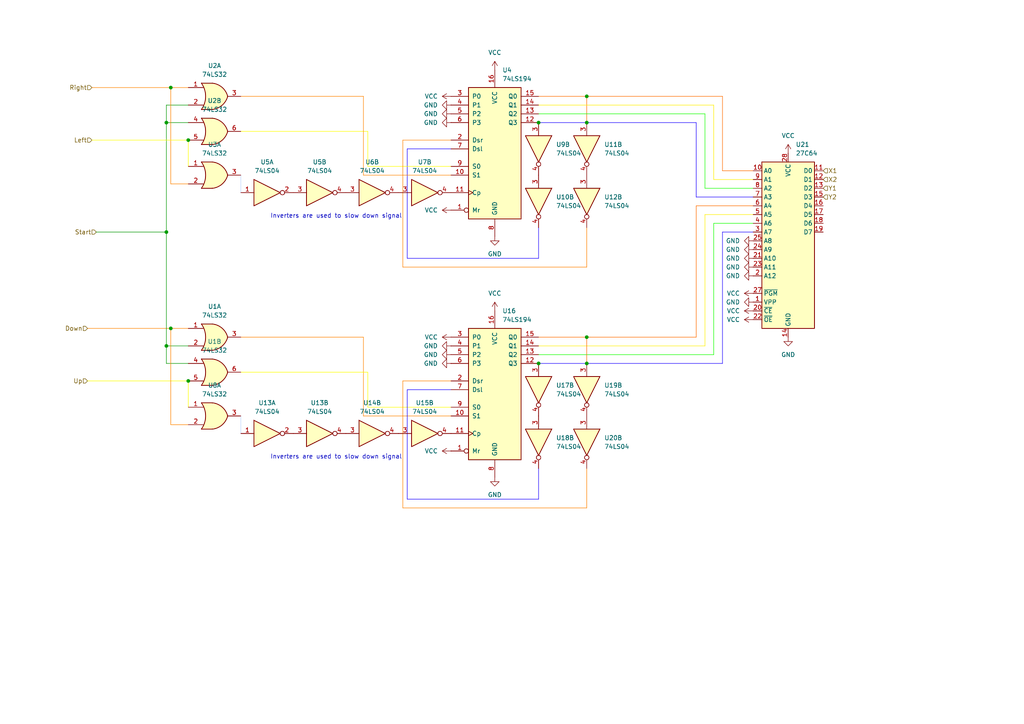
<source format=kicad_sch>
(kicad_sch
	(version 20231120)
	(generator "eeschema")
	(generator_version "8.0")
	(uuid "3a65ad2c-d313-4357-bf4a-b41acd184153")
	(paper "A4")
	(lib_symbols
		(symbol "74xx:74LS04"
			(exclude_from_sim no)
			(in_bom yes)
			(on_board yes)
			(property "Reference" "U"
				(at 0 1.27 0)
				(effects
					(font
						(size 1.27 1.27)
					)
				)
			)
			(property "Value" "74LS04"
				(at 0 -1.27 0)
				(effects
					(font
						(size 1.27 1.27)
					)
				)
			)
			(property "Footprint" ""
				(at 0 0 0)
				(effects
					(font
						(size 1.27 1.27)
					)
					(hide yes)
				)
			)
			(property "Datasheet" "http://www.ti.com/lit/gpn/sn74LS04"
				(at 0 0 0)
				(effects
					(font
						(size 1.27 1.27)
					)
					(hide yes)
				)
			)
			(property "Description" "Hex Inverter"
				(at 0 0 0)
				(effects
					(font
						(size 1.27 1.27)
					)
					(hide yes)
				)
			)
			(property "ki_locked" ""
				(at 0 0 0)
				(effects
					(font
						(size 1.27 1.27)
					)
				)
			)
			(property "ki_keywords" "TTL not inv"
				(at 0 0 0)
				(effects
					(font
						(size 1.27 1.27)
					)
					(hide yes)
				)
			)
			(property "ki_fp_filters" "DIP*W7.62mm* SSOP?14* TSSOP?14*"
				(at 0 0 0)
				(effects
					(font
						(size 1.27 1.27)
					)
					(hide yes)
				)
			)
			(symbol "74LS04_1_0"
				(polyline
					(pts
						(xy -3.81 3.81) (xy -3.81 -3.81) (xy 3.81 0) (xy -3.81 3.81)
					)
					(stroke
						(width 0.254)
						(type default)
					)
					(fill
						(type background)
					)
				)
				(pin input line
					(at -7.62 0 0)
					(length 3.81)
					(name "~"
						(effects
							(font
								(size 1.27 1.27)
							)
						)
					)
					(number "1"
						(effects
							(font
								(size 1.27 1.27)
							)
						)
					)
				)
				(pin output inverted
					(at 7.62 0 180)
					(length 3.81)
					(name "~"
						(effects
							(font
								(size 1.27 1.27)
							)
						)
					)
					(number "2"
						(effects
							(font
								(size 1.27 1.27)
							)
						)
					)
				)
			)
			(symbol "74LS04_2_0"
				(polyline
					(pts
						(xy -3.81 3.81) (xy -3.81 -3.81) (xy 3.81 0) (xy -3.81 3.81)
					)
					(stroke
						(width 0.254)
						(type default)
					)
					(fill
						(type background)
					)
				)
				(pin input line
					(at -7.62 0 0)
					(length 3.81)
					(name "~"
						(effects
							(font
								(size 1.27 1.27)
							)
						)
					)
					(number "3"
						(effects
							(font
								(size 1.27 1.27)
							)
						)
					)
				)
				(pin output inverted
					(at 7.62 0 180)
					(length 3.81)
					(name "~"
						(effects
							(font
								(size 1.27 1.27)
							)
						)
					)
					(number "4"
						(effects
							(font
								(size 1.27 1.27)
							)
						)
					)
				)
			)
			(symbol "74LS04_3_0"
				(polyline
					(pts
						(xy -3.81 3.81) (xy -3.81 -3.81) (xy 3.81 0) (xy -3.81 3.81)
					)
					(stroke
						(width 0.254)
						(type default)
					)
					(fill
						(type background)
					)
				)
				(pin input line
					(at -7.62 0 0)
					(length 3.81)
					(name "~"
						(effects
							(font
								(size 1.27 1.27)
							)
						)
					)
					(number "5"
						(effects
							(font
								(size 1.27 1.27)
							)
						)
					)
				)
				(pin output inverted
					(at 7.62 0 180)
					(length 3.81)
					(name "~"
						(effects
							(font
								(size 1.27 1.27)
							)
						)
					)
					(number "6"
						(effects
							(font
								(size 1.27 1.27)
							)
						)
					)
				)
			)
			(symbol "74LS04_4_0"
				(polyline
					(pts
						(xy -3.81 3.81) (xy -3.81 -3.81) (xy 3.81 0) (xy -3.81 3.81)
					)
					(stroke
						(width 0.254)
						(type default)
					)
					(fill
						(type background)
					)
				)
				(pin output inverted
					(at 7.62 0 180)
					(length 3.81)
					(name "~"
						(effects
							(font
								(size 1.27 1.27)
							)
						)
					)
					(number "8"
						(effects
							(font
								(size 1.27 1.27)
							)
						)
					)
				)
				(pin input line
					(at -7.62 0 0)
					(length 3.81)
					(name "~"
						(effects
							(font
								(size 1.27 1.27)
							)
						)
					)
					(number "9"
						(effects
							(font
								(size 1.27 1.27)
							)
						)
					)
				)
			)
			(symbol "74LS04_5_0"
				(polyline
					(pts
						(xy -3.81 3.81) (xy -3.81 -3.81) (xy 3.81 0) (xy -3.81 3.81)
					)
					(stroke
						(width 0.254)
						(type default)
					)
					(fill
						(type background)
					)
				)
				(pin output inverted
					(at 7.62 0 180)
					(length 3.81)
					(name "~"
						(effects
							(font
								(size 1.27 1.27)
							)
						)
					)
					(number "10"
						(effects
							(font
								(size 1.27 1.27)
							)
						)
					)
				)
				(pin input line
					(at -7.62 0 0)
					(length 3.81)
					(name "~"
						(effects
							(font
								(size 1.27 1.27)
							)
						)
					)
					(number "11"
						(effects
							(font
								(size 1.27 1.27)
							)
						)
					)
				)
			)
			(symbol "74LS04_6_0"
				(polyline
					(pts
						(xy -3.81 3.81) (xy -3.81 -3.81) (xy 3.81 0) (xy -3.81 3.81)
					)
					(stroke
						(width 0.254)
						(type default)
					)
					(fill
						(type background)
					)
				)
				(pin output inverted
					(at 7.62 0 180)
					(length 3.81)
					(name "~"
						(effects
							(font
								(size 1.27 1.27)
							)
						)
					)
					(number "12"
						(effects
							(font
								(size 1.27 1.27)
							)
						)
					)
				)
				(pin input line
					(at -7.62 0 0)
					(length 3.81)
					(name "~"
						(effects
							(font
								(size 1.27 1.27)
							)
						)
					)
					(number "13"
						(effects
							(font
								(size 1.27 1.27)
							)
						)
					)
				)
			)
			(symbol "74LS04_7_0"
				(pin power_in line
					(at 0 12.7 270)
					(length 5.08)
					(name "VCC"
						(effects
							(font
								(size 1.27 1.27)
							)
						)
					)
					(number "14"
						(effects
							(font
								(size 1.27 1.27)
							)
						)
					)
				)
				(pin power_in line
					(at 0 -12.7 90)
					(length 5.08)
					(name "GND"
						(effects
							(font
								(size 1.27 1.27)
							)
						)
					)
					(number "7"
						(effects
							(font
								(size 1.27 1.27)
							)
						)
					)
				)
			)
			(symbol "74LS04_7_1"
				(rectangle
					(start -5.08 7.62)
					(end 5.08 -7.62)
					(stroke
						(width 0.254)
						(type default)
					)
					(fill
						(type background)
					)
				)
			)
		)
		(symbol "74xx:74LS194"
			(pin_names
				(offset 1.016)
			)
			(exclude_from_sim no)
			(in_bom yes)
			(on_board yes)
			(property "Reference" "U"
				(at -7.62 19.05 0)
				(effects
					(font
						(size 1.27 1.27)
					)
				)
			)
			(property "Value" "74LS194"
				(at -7.62 -21.59 0)
				(effects
					(font
						(size 1.27 1.27)
					)
				)
			)
			(property "Footprint" ""
				(at 0 0 0)
				(effects
					(font
						(size 1.27 1.27)
					)
					(hide yes)
				)
			)
			(property "Datasheet" "http://www.ti.com/lit/gpn/sn74LS194"
				(at 0 0 0)
				(effects
					(font
						(size 1.27 1.27)
					)
					(hide yes)
				)
			)
			(property "Description" "Shift Register 4-bit Bidirectional"
				(at 0 0 0)
				(effects
					(font
						(size 1.27 1.27)
					)
					(hide yes)
				)
			)
			(property "ki_locked" ""
				(at 0 0 0)
				(effects
					(font
						(size 1.27 1.27)
					)
				)
			)
			(property "ki_keywords" "TTL RS SR4"
				(at 0 0 0)
				(effects
					(font
						(size 1.27 1.27)
					)
					(hide yes)
				)
			)
			(property "ki_fp_filters" "DIP?16*"
				(at 0 0 0)
				(effects
					(font
						(size 1.27 1.27)
					)
					(hide yes)
				)
			)
			(symbol "74LS194_1_0"
				(pin input inverted
					(at -12.7 -17.78 0)
					(length 5.08)
					(name "Mr"
						(effects
							(font
								(size 1.27 1.27)
							)
						)
					)
					(number "1"
						(effects
							(font
								(size 1.27 1.27)
							)
						)
					)
				)
				(pin input line
					(at -12.7 -7.62 0)
					(length 5.08)
					(name "S1"
						(effects
							(font
								(size 1.27 1.27)
							)
						)
					)
					(number "10"
						(effects
							(font
								(size 1.27 1.27)
							)
						)
					)
				)
				(pin input clock
					(at -12.7 -12.7 0)
					(length 5.08)
					(name "Cp"
						(effects
							(font
								(size 1.27 1.27)
							)
						)
					)
					(number "11"
						(effects
							(font
								(size 1.27 1.27)
							)
						)
					)
				)
				(pin output line
					(at 12.7 7.62 180)
					(length 5.08)
					(name "Q3"
						(effects
							(font
								(size 1.27 1.27)
							)
						)
					)
					(number "12"
						(effects
							(font
								(size 1.27 1.27)
							)
						)
					)
				)
				(pin output line
					(at 12.7 10.16 180)
					(length 5.08)
					(name "Q2"
						(effects
							(font
								(size 1.27 1.27)
							)
						)
					)
					(number "13"
						(effects
							(font
								(size 1.27 1.27)
							)
						)
					)
				)
				(pin output line
					(at 12.7 12.7 180)
					(length 5.08)
					(name "Q1"
						(effects
							(font
								(size 1.27 1.27)
							)
						)
					)
					(number "14"
						(effects
							(font
								(size 1.27 1.27)
							)
						)
					)
				)
				(pin output line
					(at 12.7 15.24 180)
					(length 5.08)
					(name "Q0"
						(effects
							(font
								(size 1.27 1.27)
							)
						)
					)
					(number "15"
						(effects
							(font
								(size 1.27 1.27)
							)
						)
					)
				)
				(pin power_in line
					(at 0 22.86 270)
					(length 5.08)
					(name "VCC"
						(effects
							(font
								(size 1.27 1.27)
							)
						)
					)
					(number "16"
						(effects
							(font
								(size 1.27 1.27)
							)
						)
					)
				)
				(pin input line
					(at -12.7 2.54 0)
					(length 5.08)
					(name "Dsr"
						(effects
							(font
								(size 1.27 1.27)
							)
						)
					)
					(number "2"
						(effects
							(font
								(size 1.27 1.27)
							)
						)
					)
				)
				(pin input line
					(at -12.7 15.24 0)
					(length 5.08)
					(name "P0"
						(effects
							(font
								(size 1.27 1.27)
							)
						)
					)
					(number "3"
						(effects
							(font
								(size 1.27 1.27)
							)
						)
					)
				)
				(pin input line
					(at -12.7 12.7 0)
					(length 5.08)
					(name "P1"
						(effects
							(font
								(size 1.27 1.27)
							)
						)
					)
					(number "4"
						(effects
							(font
								(size 1.27 1.27)
							)
						)
					)
				)
				(pin input line
					(at -12.7 10.16 0)
					(length 5.08)
					(name "P2"
						(effects
							(font
								(size 1.27 1.27)
							)
						)
					)
					(number "5"
						(effects
							(font
								(size 1.27 1.27)
							)
						)
					)
				)
				(pin input line
					(at -12.7 7.62 0)
					(length 5.08)
					(name "P3"
						(effects
							(font
								(size 1.27 1.27)
							)
						)
					)
					(number "6"
						(effects
							(font
								(size 1.27 1.27)
							)
						)
					)
				)
				(pin input line
					(at -12.7 0 0)
					(length 5.08)
					(name "Dsl"
						(effects
							(font
								(size 1.27 1.27)
							)
						)
					)
					(number "7"
						(effects
							(font
								(size 1.27 1.27)
							)
						)
					)
				)
				(pin power_in line
					(at 0 -25.4 90)
					(length 5.08)
					(name "GND"
						(effects
							(font
								(size 1.27 1.27)
							)
						)
					)
					(number "8"
						(effects
							(font
								(size 1.27 1.27)
							)
						)
					)
				)
				(pin input line
					(at -12.7 -5.08 0)
					(length 5.08)
					(name "S0"
						(effects
							(font
								(size 1.27 1.27)
							)
						)
					)
					(number "9"
						(effects
							(font
								(size 1.27 1.27)
							)
						)
					)
				)
			)
			(symbol "74LS194_1_1"
				(rectangle
					(start -7.62 17.78)
					(end 7.62 -20.32)
					(stroke
						(width 0.254)
						(type default)
					)
					(fill
						(type background)
					)
				)
			)
		)
		(symbol "74xx:74LS32"
			(pin_names
				(offset 1.016)
			)
			(exclude_from_sim no)
			(in_bom yes)
			(on_board yes)
			(property "Reference" "U"
				(at 0 1.27 0)
				(effects
					(font
						(size 1.27 1.27)
					)
				)
			)
			(property "Value" "74LS32"
				(at 0 -1.27 0)
				(effects
					(font
						(size 1.27 1.27)
					)
				)
			)
			(property "Footprint" ""
				(at 0 0 0)
				(effects
					(font
						(size 1.27 1.27)
					)
					(hide yes)
				)
			)
			(property "Datasheet" "http://www.ti.com/lit/gpn/sn74LS32"
				(at 0 0 0)
				(effects
					(font
						(size 1.27 1.27)
					)
					(hide yes)
				)
			)
			(property "Description" "Quad 2-input OR"
				(at 0 0 0)
				(effects
					(font
						(size 1.27 1.27)
					)
					(hide yes)
				)
			)
			(property "ki_locked" ""
				(at 0 0 0)
				(effects
					(font
						(size 1.27 1.27)
					)
				)
			)
			(property "ki_keywords" "TTL Or2"
				(at 0 0 0)
				(effects
					(font
						(size 1.27 1.27)
					)
					(hide yes)
				)
			)
			(property "ki_fp_filters" "DIP?14*"
				(at 0 0 0)
				(effects
					(font
						(size 1.27 1.27)
					)
					(hide yes)
				)
			)
			(symbol "74LS32_1_1"
				(arc
					(start -3.81 -3.81)
					(mid -2.589 0)
					(end -3.81 3.81)
					(stroke
						(width 0.254)
						(type default)
					)
					(fill
						(type none)
					)
				)
				(arc
					(start -0.6096 -3.81)
					(mid 2.1842 -2.5851)
					(end 3.81 0)
					(stroke
						(width 0.254)
						(type default)
					)
					(fill
						(type background)
					)
				)
				(polyline
					(pts
						(xy -3.81 -3.81) (xy -0.635 -3.81)
					)
					(stroke
						(width 0.254)
						(type default)
					)
					(fill
						(type background)
					)
				)
				(polyline
					(pts
						(xy -3.81 3.81) (xy -0.635 3.81)
					)
					(stroke
						(width 0.254)
						(type default)
					)
					(fill
						(type background)
					)
				)
				(polyline
					(pts
						(xy -0.635 3.81) (xy -3.81 3.81) (xy -3.81 3.81) (xy -3.556 3.4036) (xy -3.0226 2.2606) (xy -2.6924 1.0414)
						(xy -2.6162 -0.254) (xy -2.7686 -1.4986) (xy -3.175 -2.7178) (xy -3.81 -3.81) (xy -3.81 -3.81)
						(xy -0.635 -3.81)
					)
					(stroke
						(width -25.4)
						(type default)
					)
					(fill
						(type background)
					)
				)
				(arc
					(start 3.81 0)
					(mid 2.1915 2.5936)
					(end -0.6096 3.81)
					(stroke
						(width 0.254)
						(type default)
					)
					(fill
						(type background)
					)
				)
				(pin input line
					(at -7.62 2.54 0)
					(length 4.318)
					(name "~"
						(effects
							(font
								(size 1.27 1.27)
							)
						)
					)
					(number "1"
						(effects
							(font
								(size 1.27 1.27)
							)
						)
					)
				)
				(pin input line
					(at -7.62 -2.54 0)
					(length 4.318)
					(name "~"
						(effects
							(font
								(size 1.27 1.27)
							)
						)
					)
					(number "2"
						(effects
							(font
								(size 1.27 1.27)
							)
						)
					)
				)
				(pin output line
					(at 7.62 0 180)
					(length 3.81)
					(name "~"
						(effects
							(font
								(size 1.27 1.27)
							)
						)
					)
					(number "3"
						(effects
							(font
								(size 1.27 1.27)
							)
						)
					)
				)
			)
			(symbol "74LS32_1_2"
				(arc
					(start 0 -3.81)
					(mid 3.7934 0)
					(end 0 3.81)
					(stroke
						(width 0.254)
						(type default)
					)
					(fill
						(type background)
					)
				)
				(polyline
					(pts
						(xy 0 3.81) (xy -3.81 3.81) (xy -3.81 -3.81) (xy 0 -3.81)
					)
					(stroke
						(width 0.254)
						(type default)
					)
					(fill
						(type background)
					)
				)
				(pin input inverted
					(at -7.62 2.54 0)
					(length 3.81)
					(name "~"
						(effects
							(font
								(size 1.27 1.27)
							)
						)
					)
					(number "1"
						(effects
							(font
								(size 1.27 1.27)
							)
						)
					)
				)
				(pin input inverted
					(at -7.62 -2.54 0)
					(length 3.81)
					(name "~"
						(effects
							(font
								(size 1.27 1.27)
							)
						)
					)
					(number "2"
						(effects
							(font
								(size 1.27 1.27)
							)
						)
					)
				)
				(pin output inverted
					(at 7.62 0 180)
					(length 3.81)
					(name "~"
						(effects
							(font
								(size 1.27 1.27)
							)
						)
					)
					(number "3"
						(effects
							(font
								(size 1.27 1.27)
							)
						)
					)
				)
			)
			(symbol "74LS32_2_1"
				(arc
					(start -3.81 -3.81)
					(mid -2.589 0)
					(end -3.81 3.81)
					(stroke
						(width 0.254)
						(type default)
					)
					(fill
						(type none)
					)
				)
				(arc
					(start -0.6096 -3.81)
					(mid 2.1842 -2.5851)
					(end 3.81 0)
					(stroke
						(width 0.254)
						(type default)
					)
					(fill
						(type background)
					)
				)
				(polyline
					(pts
						(xy -3.81 -3.81) (xy -0.635 -3.81)
					)
					(stroke
						(width 0.254)
						(type default)
					)
					(fill
						(type background)
					)
				)
				(polyline
					(pts
						(xy -3.81 3.81) (xy -0.635 3.81)
					)
					(stroke
						(width 0.254)
						(type default)
					)
					(fill
						(type background)
					)
				)
				(polyline
					(pts
						(xy -0.635 3.81) (xy -3.81 3.81) (xy -3.81 3.81) (xy -3.556 3.4036) (xy -3.0226 2.2606) (xy -2.6924 1.0414)
						(xy -2.6162 -0.254) (xy -2.7686 -1.4986) (xy -3.175 -2.7178) (xy -3.81 -3.81) (xy -3.81 -3.81)
						(xy -0.635 -3.81)
					)
					(stroke
						(width -25.4)
						(type default)
					)
					(fill
						(type background)
					)
				)
				(arc
					(start 3.81 0)
					(mid 2.1915 2.5936)
					(end -0.6096 3.81)
					(stroke
						(width 0.254)
						(type default)
					)
					(fill
						(type background)
					)
				)
				(pin input line
					(at -7.62 2.54 0)
					(length 4.318)
					(name "~"
						(effects
							(font
								(size 1.27 1.27)
							)
						)
					)
					(number "4"
						(effects
							(font
								(size 1.27 1.27)
							)
						)
					)
				)
				(pin input line
					(at -7.62 -2.54 0)
					(length 4.318)
					(name "~"
						(effects
							(font
								(size 1.27 1.27)
							)
						)
					)
					(number "5"
						(effects
							(font
								(size 1.27 1.27)
							)
						)
					)
				)
				(pin output line
					(at 7.62 0 180)
					(length 3.81)
					(name "~"
						(effects
							(font
								(size 1.27 1.27)
							)
						)
					)
					(number "6"
						(effects
							(font
								(size 1.27 1.27)
							)
						)
					)
				)
			)
			(symbol "74LS32_2_2"
				(arc
					(start 0 -3.81)
					(mid 3.7934 0)
					(end 0 3.81)
					(stroke
						(width 0.254)
						(type default)
					)
					(fill
						(type background)
					)
				)
				(polyline
					(pts
						(xy 0 3.81) (xy -3.81 3.81) (xy -3.81 -3.81) (xy 0 -3.81)
					)
					(stroke
						(width 0.254)
						(type default)
					)
					(fill
						(type background)
					)
				)
				(pin input inverted
					(at -7.62 2.54 0)
					(length 3.81)
					(name "~"
						(effects
							(font
								(size 1.27 1.27)
							)
						)
					)
					(number "4"
						(effects
							(font
								(size 1.27 1.27)
							)
						)
					)
				)
				(pin input inverted
					(at -7.62 -2.54 0)
					(length 3.81)
					(name "~"
						(effects
							(font
								(size 1.27 1.27)
							)
						)
					)
					(number "5"
						(effects
							(font
								(size 1.27 1.27)
							)
						)
					)
				)
				(pin output inverted
					(at 7.62 0 180)
					(length 3.81)
					(name "~"
						(effects
							(font
								(size 1.27 1.27)
							)
						)
					)
					(number "6"
						(effects
							(font
								(size 1.27 1.27)
							)
						)
					)
				)
			)
			(symbol "74LS32_3_1"
				(arc
					(start -3.81 -3.81)
					(mid -2.589 0)
					(end -3.81 3.81)
					(stroke
						(width 0.254)
						(type default)
					)
					(fill
						(type none)
					)
				)
				(arc
					(start -0.6096 -3.81)
					(mid 2.1842 -2.5851)
					(end 3.81 0)
					(stroke
						(width 0.254)
						(type default)
					)
					(fill
						(type background)
					)
				)
				(polyline
					(pts
						(xy -3.81 -3.81) (xy -0.635 -3.81)
					)
					(stroke
						(width 0.254)
						(type default)
					)
					(fill
						(type background)
					)
				)
				(polyline
					(pts
						(xy -3.81 3.81) (xy -0.635 3.81)
					)
					(stroke
						(width 0.254)
						(type default)
					)
					(fill
						(type background)
					)
				)
				(polyline
					(pts
						(xy -0.635 3.81) (xy -3.81 3.81) (xy -3.81 3.81) (xy -3.556 3.4036) (xy -3.0226 2.2606) (xy -2.6924 1.0414)
						(xy -2.6162 -0.254) (xy -2.7686 -1.4986) (xy -3.175 -2.7178) (xy -3.81 -3.81) (xy -3.81 -3.81)
						(xy -0.635 -3.81)
					)
					(stroke
						(width -25.4)
						(type default)
					)
					(fill
						(type background)
					)
				)
				(arc
					(start 3.81 0)
					(mid 2.1915 2.5936)
					(end -0.6096 3.81)
					(stroke
						(width 0.254)
						(type default)
					)
					(fill
						(type background)
					)
				)
				(pin input line
					(at -7.62 -2.54 0)
					(length 4.318)
					(name "~"
						(effects
							(font
								(size 1.27 1.27)
							)
						)
					)
					(number "10"
						(effects
							(font
								(size 1.27 1.27)
							)
						)
					)
				)
				(pin output line
					(at 7.62 0 180)
					(length 3.81)
					(name "~"
						(effects
							(font
								(size 1.27 1.27)
							)
						)
					)
					(number "8"
						(effects
							(font
								(size 1.27 1.27)
							)
						)
					)
				)
				(pin input line
					(at -7.62 2.54 0)
					(length 4.318)
					(name "~"
						(effects
							(font
								(size 1.27 1.27)
							)
						)
					)
					(number "9"
						(effects
							(font
								(size 1.27 1.27)
							)
						)
					)
				)
			)
			(symbol "74LS32_3_2"
				(arc
					(start 0 -3.81)
					(mid 3.7934 0)
					(end 0 3.81)
					(stroke
						(width 0.254)
						(type default)
					)
					(fill
						(type background)
					)
				)
				(polyline
					(pts
						(xy 0 3.81) (xy -3.81 3.81) (xy -3.81 -3.81) (xy 0 -3.81)
					)
					(stroke
						(width 0.254)
						(type default)
					)
					(fill
						(type background)
					)
				)
				(pin input inverted
					(at -7.62 -2.54 0)
					(length 3.81)
					(name "~"
						(effects
							(font
								(size 1.27 1.27)
							)
						)
					)
					(number "10"
						(effects
							(font
								(size 1.27 1.27)
							)
						)
					)
				)
				(pin output inverted
					(at 7.62 0 180)
					(length 3.81)
					(name "~"
						(effects
							(font
								(size 1.27 1.27)
							)
						)
					)
					(number "8"
						(effects
							(font
								(size 1.27 1.27)
							)
						)
					)
				)
				(pin input inverted
					(at -7.62 2.54 0)
					(length 3.81)
					(name "~"
						(effects
							(font
								(size 1.27 1.27)
							)
						)
					)
					(number "9"
						(effects
							(font
								(size 1.27 1.27)
							)
						)
					)
				)
			)
			(symbol "74LS32_4_1"
				(arc
					(start -3.81 -3.81)
					(mid -2.589 0)
					(end -3.81 3.81)
					(stroke
						(width 0.254)
						(type default)
					)
					(fill
						(type none)
					)
				)
				(arc
					(start -0.6096 -3.81)
					(mid 2.1842 -2.5851)
					(end 3.81 0)
					(stroke
						(width 0.254)
						(type default)
					)
					(fill
						(type background)
					)
				)
				(polyline
					(pts
						(xy -3.81 -3.81) (xy -0.635 -3.81)
					)
					(stroke
						(width 0.254)
						(type default)
					)
					(fill
						(type background)
					)
				)
				(polyline
					(pts
						(xy -3.81 3.81) (xy -0.635 3.81)
					)
					(stroke
						(width 0.254)
						(type default)
					)
					(fill
						(type background)
					)
				)
				(polyline
					(pts
						(xy -0.635 3.81) (xy -3.81 3.81) (xy -3.81 3.81) (xy -3.556 3.4036) (xy -3.0226 2.2606) (xy -2.6924 1.0414)
						(xy -2.6162 -0.254) (xy -2.7686 -1.4986) (xy -3.175 -2.7178) (xy -3.81 -3.81) (xy -3.81 -3.81)
						(xy -0.635 -3.81)
					)
					(stroke
						(width -25.4)
						(type default)
					)
					(fill
						(type background)
					)
				)
				(arc
					(start 3.81 0)
					(mid 2.1915 2.5936)
					(end -0.6096 3.81)
					(stroke
						(width 0.254)
						(type default)
					)
					(fill
						(type background)
					)
				)
				(pin output line
					(at 7.62 0 180)
					(length 3.81)
					(name "~"
						(effects
							(font
								(size 1.27 1.27)
							)
						)
					)
					(number "11"
						(effects
							(font
								(size 1.27 1.27)
							)
						)
					)
				)
				(pin input line
					(at -7.62 2.54 0)
					(length 4.318)
					(name "~"
						(effects
							(font
								(size 1.27 1.27)
							)
						)
					)
					(number "12"
						(effects
							(font
								(size 1.27 1.27)
							)
						)
					)
				)
				(pin input line
					(at -7.62 -2.54 0)
					(length 4.318)
					(name "~"
						(effects
							(font
								(size 1.27 1.27)
							)
						)
					)
					(number "13"
						(effects
							(font
								(size 1.27 1.27)
							)
						)
					)
				)
			)
			(symbol "74LS32_4_2"
				(arc
					(start 0 -3.81)
					(mid 3.7934 0)
					(end 0 3.81)
					(stroke
						(width 0.254)
						(type default)
					)
					(fill
						(type background)
					)
				)
				(polyline
					(pts
						(xy 0 3.81) (xy -3.81 3.81) (xy -3.81 -3.81) (xy 0 -3.81)
					)
					(stroke
						(width 0.254)
						(type default)
					)
					(fill
						(type background)
					)
				)
				(pin output inverted
					(at 7.62 0 180)
					(length 3.81)
					(name "~"
						(effects
							(font
								(size 1.27 1.27)
							)
						)
					)
					(number "11"
						(effects
							(font
								(size 1.27 1.27)
							)
						)
					)
				)
				(pin input inverted
					(at -7.62 2.54 0)
					(length 3.81)
					(name "~"
						(effects
							(font
								(size 1.27 1.27)
							)
						)
					)
					(number "12"
						(effects
							(font
								(size 1.27 1.27)
							)
						)
					)
				)
				(pin input inverted
					(at -7.62 -2.54 0)
					(length 3.81)
					(name "~"
						(effects
							(font
								(size 1.27 1.27)
							)
						)
					)
					(number "13"
						(effects
							(font
								(size 1.27 1.27)
							)
						)
					)
				)
			)
			(symbol "74LS32_5_0"
				(pin power_in line
					(at 0 12.7 270)
					(length 5.08)
					(name "VCC"
						(effects
							(font
								(size 1.27 1.27)
							)
						)
					)
					(number "14"
						(effects
							(font
								(size 1.27 1.27)
							)
						)
					)
				)
				(pin power_in line
					(at 0 -12.7 90)
					(length 5.08)
					(name "GND"
						(effects
							(font
								(size 1.27 1.27)
							)
						)
					)
					(number "7"
						(effects
							(font
								(size 1.27 1.27)
							)
						)
					)
				)
			)
			(symbol "74LS32_5_1"
				(rectangle
					(start -5.08 7.62)
					(end 5.08 -7.62)
					(stroke
						(width 0.254)
						(type default)
					)
					(fill
						(type background)
					)
				)
			)
		)
		(symbol "Memory_EPROM:27C64"
			(exclude_from_sim no)
			(in_bom yes)
			(on_board yes)
			(property "Reference" "U"
				(at -7.62 24.13 0)
				(effects
					(font
						(size 1.27 1.27)
					)
				)
			)
			(property "Value" "27C64"
				(at 2.54 -26.67 0)
				(effects
					(font
						(size 1.27 1.27)
					)
					(justify left)
				)
			)
			(property "Footprint" "Package_DIP:DIP-28_W15.24mm"
				(at 0 0 0)
				(effects
					(font
						(size 1.27 1.27)
					)
					(hide yes)
				)
			)
			(property "Datasheet" "http://ww1.microchip.com/downloads/en/DeviceDoc/11107M.pdf"
				(at 0 0 0)
				(effects
					(font
						(size 1.27 1.27)
					)
					(hide yes)
				)
			)
			(property "Description" "OTP EPROM 64 KiBit, [Obsolete 2004-01]"
				(at 0 0 0)
				(effects
					(font
						(size 1.27 1.27)
					)
					(hide yes)
				)
			)
			(property "ki_keywords" "OTP EPROM 64KiBit"
				(at 0 0 0)
				(effects
					(font
						(size 1.27 1.27)
					)
					(hide yes)
				)
			)
			(property "ki_fp_filters" "DIP*W15.24mm*"
				(at 0 0 0)
				(effects
					(font
						(size 1.27 1.27)
					)
					(hide yes)
				)
			)
			(symbol "27C64_1_1"
				(rectangle
					(start -7.62 22.86)
					(end 7.62 -25.4)
					(stroke
						(width 0.254)
						(type default)
					)
					(fill
						(type background)
					)
				)
				(pin input line
					(at -10.16 -17.78 0)
					(length 2.54)
					(name "VPP"
						(effects
							(font
								(size 1.27 1.27)
							)
						)
					)
					(number "1"
						(effects
							(font
								(size 1.27 1.27)
							)
						)
					)
				)
				(pin input line
					(at -10.16 20.32 0)
					(length 2.54)
					(name "A0"
						(effects
							(font
								(size 1.27 1.27)
							)
						)
					)
					(number "10"
						(effects
							(font
								(size 1.27 1.27)
							)
						)
					)
				)
				(pin tri_state line
					(at 10.16 20.32 180)
					(length 2.54)
					(name "D0"
						(effects
							(font
								(size 1.27 1.27)
							)
						)
					)
					(number "11"
						(effects
							(font
								(size 1.27 1.27)
							)
						)
					)
				)
				(pin tri_state line
					(at 10.16 17.78 180)
					(length 2.54)
					(name "D1"
						(effects
							(font
								(size 1.27 1.27)
							)
						)
					)
					(number "12"
						(effects
							(font
								(size 1.27 1.27)
							)
						)
					)
				)
				(pin tri_state line
					(at 10.16 15.24 180)
					(length 2.54)
					(name "D2"
						(effects
							(font
								(size 1.27 1.27)
							)
						)
					)
					(number "13"
						(effects
							(font
								(size 1.27 1.27)
							)
						)
					)
				)
				(pin power_in line
					(at 0 -27.94 90)
					(length 2.54)
					(name "GND"
						(effects
							(font
								(size 1.27 1.27)
							)
						)
					)
					(number "14"
						(effects
							(font
								(size 1.27 1.27)
							)
						)
					)
				)
				(pin tri_state line
					(at 10.16 12.7 180)
					(length 2.54)
					(name "D3"
						(effects
							(font
								(size 1.27 1.27)
							)
						)
					)
					(number "15"
						(effects
							(font
								(size 1.27 1.27)
							)
						)
					)
				)
				(pin tri_state line
					(at 10.16 10.16 180)
					(length 2.54)
					(name "D4"
						(effects
							(font
								(size 1.27 1.27)
							)
						)
					)
					(number "16"
						(effects
							(font
								(size 1.27 1.27)
							)
						)
					)
				)
				(pin tri_state line
					(at 10.16 7.62 180)
					(length 2.54)
					(name "D5"
						(effects
							(font
								(size 1.27 1.27)
							)
						)
					)
					(number "17"
						(effects
							(font
								(size 1.27 1.27)
							)
						)
					)
				)
				(pin tri_state line
					(at 10.16 5.08 180)
					(length 2.54)
					(name "D6"
						(effects
							(font
								(size 1.27 1.27)
							)
						)
					)
					(number "18"
						(effects
							(font
								(size 1.27 1.27)
							)
						)
					)
				)
				(pin tri_state line
					(at 10.16 2.54 180)
					(length 2.54)
					(name "D7"
						(effects
							(font
								(size 1.27 1.27)
							)
						)
					)
					(number "19"
						(effects
							(font
								(size 1.27 1.27)
							)
						)
					)
				)
				(pin input line
					(at -10.16 -10.16 0)
					(length 2.54)
					(name "A12"
						(effects
							(font
								(size 1.27 1.27)
							)
						)
					)
					(number "2"
						(effects
							(font
								(size 1.27 1.27)
							)
						)
					)
				)
				(pin input line
					(at -10.16 -20.32 0)
					(length 2.54)
					(name "~{CE}"
						(effects
							(font
								(size 1.27 1.27)
							)
						)
					)
					(number "20"
						(effects
							(font
								(size 1.27 1.27)
							)
						)
					)
				)
				(pin input line
					(at -10.16 -5.08 0)
					(length 2.54)
					(name "A10"
						(effects
							(font
								(size 1.27 1.27)
							)
						)
					)
					(number "21"
						(effects
							(font
								(size 1.27 1.27)
							)
						)
					)
				)
				(pin input line
					(at -10.16 -22.86 0)
					(length 2.54)
					(name "~{OE}"
						(effects
							(font
								(size 1.27 1.27)
							)
						)
					)
					(number "22"
						(effects
							(font
								(size 1.27 1.27)
							)
						)
					)
				)
				(pin input line
					(at -10.16 -7.62 0)
					(length 2.54)
					(name "A11"
						(effects
							(font
								(size 1.27 1.27)
							)
						)
					)
					(number "23"
						(effects
							(font
								(size 1.27 1.27)
							)
						)
					)
				)
				(pin input line
					(at -10.16 -2.54 0)
					(length 2.54)
					(name "A9"
						(effects
							(font
								(size 1.27 1.27)
							)
						)
					)
					(number "24"
						(effects
							(font
								(size 1.27 1.27)
							)
						)
					)
				)
				(pin input line
					(at -10.16 0 0)
					(length 2.54)
					(name "A8"
						(effects
							(font
								(size 1.27 1.27)
							)
						)
					)
					(number "25"
						(effects
							(font
								(size 1.27 1.27)
							)
						)
					)
				)
				(pin no_connect line
					(at 7.62 0 180)
					(length 2.54) hide
					(name "NC"
						(effects
							(font
								(size 1.27 1.27)
							)
						)
					)
					(number "26"
						(effects
							(font
								(size 1.27 1.27)
							)
						)
					)
				)
				(pin input line
					(at -10.16 -15.24 0)
					(length 2.54)
					(name "~{PGM}"
						(effects
							(font
								(size 1.27 1.27)
							)
						)
					)
					(number "27"
						(effects
							(font
								(size 1.27 1.27)
							)
						)
					)
				)
				(pin power_in line
					(at 0 25.4 270)
					(length 2.54)
					(name "VCC"
						(effects
							(font
								(size 1.27 1.27)
							)
						)
					)
					(number "28"
						(effects
							(font
								(size 1.27 1.27)
							)
						)
					)
				)
				(pin input line
					(at -10.16 2.54 0)
					(length 2.54)
					(name "A7"
						(effects
							(font
								(size 1.27 1.27)
							)
						)
					)
					(number "3"
						(effects
							(font
								(size 1.27 1.27)
							)
						)
					)
				)
				(pin input line
					(at -10.16 5.08 0)
					(length 2.54)
					(name "A6"
						(effects
							(font
								(size 1.27 1.27)
							)
						)
					)
					(number "4"
						(effects
							(font
								(size 1.27 1.27)
							)
						)
					)
				)
				(pin input line
					(at -10.16 7.62 0)
					(length 2.54)
					(name "A5"
						(effects
							(font
								(size 1.27 1.27)
							)
						)
					)
					(number "5"
						(effects
							(font
								(size 1.27 1.27)
							)
						)
					)
				)
				(pin input line
					(at -10.16 10.16 0)
					(length 2.54)
					(name "A4"
						(effects
							(font
								(size 1.27 1.27)
							)
						)
					)
					(number "6"
						(effects
							(font
								(size 1.27 1.27)
							)
						)
					)
				)
				(pin input line
					(at -10.16 12.7 0)
					(length 2.54)
					(name "A3"
						(effects
							(font
								(size 1.27 1.27)
							)
						)
					)
					(number "7"
						(effects
							(font
								(size 1.27 1.27)
							)
						)
					)
				)
				(pin input line
					(at -10.16 15.24 0)
					(length 2.54)
					(name "A2"
						(effects
							(font
								(size 1.27 1.27)
							)
						)
					)
					(number "8"
						(effects
							(font
								(size 1.27 1.27)
							)
						)
					)
				)
				(pin input line
					(at -10.16 17.78 0)
					(length 2.54)
					(name "A1"
						(effects
							(font
								(size 1.27 1.27)
							)
						)
					)
					(number "9"
						(effects
							(font
								(size 1.27 1.27)
							)
						)
					)
				)
			)
		)
		(symbol "power:GND"
			(power)
			(pin_numbers hide)
			(pin_names
				(offset 0) hide)
			(exclude_from_sim no)
			(in_bom yes)
			(on_board yes)
			(property "Reference" "#PWR"
				(at 0 -6.35 0)
				(effects
					(font
						(size 1.27 1.27)
					)
					(hide yes)
				)
			)
			(property "Value" "GND"
				(at 0 -3.81 0)
				(effects
					(font
						(size 1.27 1.27)
					)
				)
			)
			(property "Footprint" ""
				(at 0 0 0)
				(effects
					(font
						(size 1.27 1.27)
					)
					(hide yes)
				)
			)
			(property "Datasheet" ""
				(at 0 0 0)
				(effects
					(font
						(size 1.27 1.27)
					)
					(hide yes)
				)
			)
			(property "Description" "Power symbol creates a global label with name \"GND\" , ground"
				(at 0 0 0)
				(effects
					(font
						(size 1.27 1.27)
					)
					(hide yes)
				)
			)
			(property "ki_keywords" "global power"
				(at 0 0 0)
				(effects
					(font
						(size 1.27 1.27)
					)
					(hide yes)
				)
			)
			(symbol "GND_0_1"
				(polyline
					(pts
						(xy 0 0) (xy 0 -1.27) (xy 1.27 -1.27) (xy 0 -2.54) (xy -1.27 -1.27) (xy 0 -1.27)
					)
					(stroke
						(width 0)
						(type default)
					)
					(fill
						(type none)
					)
				)
			)
			(symbol "GND_1_1"
				(pin power_in line
					(at 0 0 270)
					(length 0)
					(name "~"
						(effects
							(font
								(size 1.27 1.27)
							)
						)
					)
					(number "1"
						(effects
							(font
								(size 1.27 1.27)
							)
						)
					)
				)
			)
		)
		(symbol "power:VCC"
			(power)
			(pin_numbers hide)
			(pin_names
				(offset 0) hide)
			(exclude_from_sim no)
			(in_bom yes)
			(on_board yes)
			(property "Reference" "#PWR"
				(at 0 -3.81 0)
				(effects
					(font
						(size 1.27 1.27)
					)
					(hide yes)
				)
			)
			(property "Value" "VCC"
				(at 0 3.556 0)
				(effects
					(font
						(size 1.27 1.27)
					)
				)
			)
			(property "Footprint" ""
				(at 0 0 0)
				(effects
					(font
						(size 1.27 1.27)
					)
					(hide yes)
				)
			)
			(property "Datasheet" ""
				(at 0 0 0)
				(effects
					(font
						(size 1.27 1.27)
					)
					(hide yes)
				)
			)
			(property "Description" "Power symbol creates a global label with name \"VCC\""
				(at 0 0 0)
				(effects
					(font
						(size 1.27 1.27)
					)
					(hide yes)
				)
			)
			(property "ki_keywords" "global power"
				(at 0 0 0)
				(effects
					(font
						(size 1.27 1.27)
					)
					(hide yes)
				)
			)
			(symbol "VCC_0_1"
				(polyline
					(pts
						(xy -0.762 1.27) (xy 0 2.54)
					)
					(stroke
						(width 0)
						(type default)
					)
					(fill
						(type none)
					)
				)
				(polyline
					(pts
						(xy 0 0) (xy 0 2.54)
					)
					(stroke
						(width 0)
						(type default)
					)
					(fill
						(type none)
					)
				)
				(polyline
					(pts
						(xy 0 2.54) (xy 0.762 1.27)
					)
					(stroke
						(width 0)
						(type default)
					)
					(fill
						(type none)
					)
				)
			)
			(symbol "VCC_1_1"
				(pin power_in line
					(at 0 0 90)
					(length 0)
					(name "~"
						(effects
							(font
								(size 1.27 1.27)
							)
						)
					)
					(number "1"
						(effects
							(font
								(size 1.27 1.27)
							)
						)
					)
				)
			)
		)
	)
	(junction
		(at 48.26 100.33)
		(diameter 0)
		(color 0 0 0 0)
		(uuid "10ec944c-a408-4a58-a1af-30e77fb36f20")
	)
	(junction
		(at 170.18 105.41)
		(diameter 0)
		(color 0 0 0 0)
		(uuid "1eb256dc-1a8a-4585-b4e8-02e899a98cbd")
	)
	(junction
		(at 156.21 35.56)
		(diameter 0)
		(color 0 0 0 0)
		(uuid "2e1e27ef-6fa2-44cf-b537-b73fcb794364")
	)
	(junction
		(at 156.21 105.41)
		(diameter 0)
		(color 0 0 0 0)
		(uuid "372f0fe6-3def-4990-973e-6f3ec281928e")
	)
	(junction
		(at 170.18 35.56)
		(diameter 0)
		(color 0 0 0 0)
		(uuid "50f008b5-dc48-407c-8444-1112df5ab117")
	)
	(junction
		(at 49.53 95.25)
		(diameter 0)
		(color 0 0 0 0)
		(uuid "57e46a48-d0e4-45df-911b-9b87cdd74b63")
	)
	(junction
		(at 48.26 67.31)
		(diameter 0)
		(color 0 0 0 0)
		(uuid "63af66ca-de7d-407b-ac86-59485930863c")
	)
	(junction
		(at 170.18 97.79)
		(diameter 0)
		(color 0 0 0 0)
		(uuid "647a62b8-39dd-4989-b583-26914439bb1d")
	)
	(junction
		(at 48.26 35.56)
		(diameter 0)
		(color 0 0 0 0)
		(uuid "8bb699ae-4c80-4644-8ded-5e9c223db855")
	)
	(junction
		(at 170.18 27.94)
		(diameter 0)
		(color 0 0 0 0)
		(uuid "9af96d0b-14d6-4f09-adde-2418f0086336")
	)
	(junction
		(at 54.61 40.64)
		(diameter 0)
		(color 0 0 0 0)
		(uuid "9b70b3da-fc21-4ae1-8de2-cf8c89f9a50f")
	)
	(junction
		(at 49.53 25.4)
		(diameter 0)
		(color 0 0 0 0)
		(uuid "cc049bf7-b004-44b9-ac61-3a1ac79509d9")
	)
	(junction
		(at 54.61 110.49)
		(diameter 0)
		(color 0 0 0 0)
		(uuid "ec2436dd-3463-4689-a3f9-46da91e6ef23")
	)
	(wire
		(pts
			(xy 118.11 144.78) (xy 118.11 113.03)
		)
		(stroke
			(width 0)
			(type default)
			(color 26 2 255 1)
		)
		(uuid "082007dd-53ed-4a01-a68d-c9e6a7f1b2aa")
	)
	(wire
		(pts
			(xy 54.61 110.49) (xy 54.61 118.11)
		)
		(stroke
			(width 0)
			(type default)
			(color 254 255 0 1)
		)
		(uuid "1873b60e-ff3b-4c16-b448-ec5193161845")
	)
	(wire
		(pts
			(xy 105.41 50.8) (xy 130.81 50.8)
		)
		(stroke
			(width 0)
			(type default)
			(color 255 132 0 1)
		)
		(uuid "18d8903a-3898-4205-a9eb-e193cbe58191")
	)
	(wire
		(pts
			(xy 118.11 113.03) (xy 130.81 113.03)
		)
		(stroke
			(width 0)
			(type default)
			(color 26 2 255 1)
		)
		(uuid "1905ffe6-3784-4250-af2b-6521959ae8cb")
	)
	(wire
		(pts
			(xy 48.26 30.48) (xy 54.61 30.48)
		)
		(stroke
			(width 0)
			(type default)
		)
		(uuid "1c72147a-9f19-4d14-8be7-bd88d37b564b")
	)
	(wire
		(pts
			(xy 54.61 40.64) (xy 54.61 48.26)
		)
		(stroke
			(width 0)
			(type default)
			(color 254 255 0 1)
		)
		(uuid "2166ba97-d488-4164-8b7b-79489565c051")
	)
	(wire
		(pts
			(xy 116.84 40.64) (xy 116.84 77.47)
		)
		(stroke
			(width 0)
			(type default)
			(color 255 130 0 1)
		)
		(uuid "2435b6fc-12c1-4ac8-ab9f-21589d7186b6")
	)
	(wire
		(pts
			(xy 69.85 97.79) (xy 105.41 97.79)
		)
		(stroke
			(width 0)
			(type default)
			(color 255 132 0 1)
		)
		(uuid "249b2ee5-3925-4d63-ac2b-71ad4a2f910b")
	)
	(wire
		(pts
			(xy 170.18 27.94) (xy 209.55 27.94)
		)
		(stroke
			(width 0)
			(type default)
			(color 255 109 0 1)
		)
		(uuid "2730b508-2701-4d8e-9e66-f775b6025936")
	)
	(wire
		(pts
			(xy 156.21 66.04) (xy 156.21 74.93)
		)
		(stroke
			(width 0)
			(type default)
			(color 26 2 255 1)
		)
		(uuid "2b03fbfa-e3cf-466f-a6be-523d6f56e785")
	)
	(wire
		(pts
			(xy 48.26 100.33) (xy 48.26 105.41)
		)
		(stroke
			(width 0)
			(type default)
		)
		(uuid "2fc4c282-591f-40be-ba9a-8012ecccf071")
	)
	(wire
		(pts
			(xy 69.85 38.1) (xy 106.68 38.1)
		)
		(stroke
			(width 0)
			(type default)
			(color 254 255 0 1)
		)
		(uuid "31d84d9c-89a7-467a-9c34-98dffe9e6252")
	)
	(wire
		(pts
			(xy 106.68 48.26) (xy 130.81 48.26)
		)
		(stroke
			(width 0)
			(type default)
			(color 254 255 0 1)
		)
		(uuid "32175a51-17af-4066-8a1f-9ea99faec045")
	)
	(wire
		(pts
			(xy 207.01 64.77) (xy 218.44 64.77)
		)
		(stroke
			(width 0)
			(type default)
			(color 19 255 0 1)
		)
		(uuid "369d668f-84cb-4718-aea9-37c6125ee4f3")
	)
	(wire
		(pts
			(xy 170.18 135.89) (xy 170.18 147.32)
		)
		(stroke
			(width 0)
			(type default)
			(color 255 130 0 1)
		)
		(uuid "3f01da89-ff2a-49ab-8056-1fab4586b36e")
	)
	(wire
		(pts
			(xy 105.41 27.94) (xy 105.41 50.8)
		)
		(stroke
			(width 0)
			(type default)
			(color 255 132 0 1)
		)
		(uuid "40cf70ac-9110-4059-abad-09725a21010d")
	)
	(wire
		(pts
			(xy 209.55 27.94) (xy 209.55 49.53)
		)
		(stroke
			(width 0)
			(type default)
			(color 255 109 0 1)
		)
		(uuid "41e879ac-ddee-47d4-a4f6-16ebcbaf2793")
	)
	(wire
		(pts
			(xy 156.21 33.02) (xy 204.47 33.02)
		)
		(stroke
			(width 0)
			(type default)
			(color 19 255 0 1)
		)
		(uuid "439e0c27-fa57-49ca-a3d6-2f044141f067")
	)
	(wire
		(pts
			(xy 26.67 25.4) (xy 49.53 25.4)
		)
		(stroke
			(width 0)
			(type default)
			(color 255 132 0 1)
		)
		(uuid "441e8d9d-84d3-4a31-bd21-cc00b61045bc")
	)
	(wire
		(pts
			(xy 156.21 30.48) (xy 207.01 30.48)
		)
		(stroke
			(width 0)
			(type default)
			(color 255 239 0 1)
		)
		(uuid "47e19693-834b-4e49-a133-3b32d94e2c19")
	)
	(wire
		(pts
			(xy 209.55 67.31) (xy 218.44 67.31)
		)
		(stroke
			(width 0)
			(type default)
			(color 26 2 255 1)
		)
		(uuid "49f41319-632b-492d-82c6-7825c1e74e05")
	)
	(wire
		(pts
			(xy 201.93 97.79) (xy 201.93 59.69)
		)
		(stroke
			(width 0)
			(type default)
			(color 255 109 0 1)
		)
		(uuid "49f8ca7a-e422-4dc3-8e1e-74d33771146e")
	)
	(wire
		(pts
			(xy 48.26 67.31) (xy 48.26 100.33)
		)
		(stroke
			(width 0)
			(type default)
		)
		(uuid "4fde7562-c189-4600-b7af-b9eedc6f1dff")
	)
	(wire
		(pts
			(xy 156.21 105.41) (xy 170.18 105.41)
		)
		(stroke
			(width 0)
			(type default)
			(color 26 2 255 1)
		)
		(uuid "50009728-5636-4e5a-bb9b-995bb06f0141")
	)
	(wire
		(pts
			(xy 170.18 35.56) (xy 170.18 27.94)
		)
		(stroke
			(width 0)
			(type default)
			(color 255 109 0 1)
		)
		(uuid "526a80e5-a135-4517-a275-507ba736fd1f")
	)
	(wire
		(pts
			(xy 48.26 30.48) (xy 48.26 35.56)
		)
		(stroke
			(width 0)
			(type default)
		)
		(uuid "5745e343-f027-44be-8a4c-813d592f8626")
	)
	(wire
		(pts
			(xy 25.4 95.25) (xy 49.53 95.25)
		)
		(stroke
			(width 0)
			(type default)
			(color 255 132 0 1)
		)
		(uuid "57f0e67d-af8d-44d2-90bc-759008c5a953")
	)
	(wire
		(pts
			(xy 156.21 135.89) (xy 156.21 144.78)
		)
		(stroke
			(width 0)
			(type default)
			(color 26 2 255 1)
		)
		(uuid "585562fc-f012-499e-b3e9-b99ef22867ed")
	)
	(wire
		(pts
			(xy 118.11 74.93) (xy 118.11 43.18)
		)
		(stroke
			(width 0)
			(type default)
			(color 26 2 255 1)
		)
		(uuid "58e30fb2-5493-4c59-9d2a-2294ae2965c2")
	)
	(wire
		(pts
			(xy 106.68 107.95) (xy 106.68 118.11)
		)
		(stroke
			(width 0)
			(type default)
			(color 254 255 0 1)
		)
		(uuid "59cda65b-22df-4dd9-8c01-05a212b2acae")
	)
	(wire
		(pts
			(xy 204.47 33.02) (xy 204.47 54.61)
		)
		(stroke
			(width 0)
			(type default)
			(color 19 255 0 1)
		)
		(uuid "5cb0498b-1b6c-4df8-948c-f4314b225b3f")
	)
	(wire
		(pts
			(xy 106.68 38.1) (xy 106.68 48.26)
		)
		(stroke
			(width 0)
			(type default)
			(color 254 255 0 1)
		)
		(uuid "603f299f-c90a-4ad6-bccf-7135abc33490")
	)
	(wire
		(pts
			(xy 170.18 105.41) (xy 170.18 97.79)
		)
		(stroke
			(width 0)
			(type default)
			(color 255 109 0 1)
		)
		(uuid "6341081c-170e-439c-8113-81d044be7655")
	)
	(wire
		(pts
			(xy 170.18 147.32) (xy 116.84 147.32)
		)
		(stroke
			(width 0)
			(type default)
			(color 255 130 0 1)
		)
		(uuid "63c98702-c81d-475a-8a5d-0f24b0abbbaa")
	)
	(wire
		(pts
			(xy 49.53 25.4) (xy 54.61 25.4)
		)
		(stroke
			(width 0)
			(type default)
			(color 255 132 0 1)
		)
		(uuid "6be34fd0-24b8-4f04-8aa9-2809f7b2b613")
	)
	(wire
		(pts
			(xy 207.01 30.48) (xy 207.01 52.07)
		)
		(stroke
			(width 0)
			(type default)
			(color 255 239 0 1)
		)
		(uuid "6c471c68-a4d8-4f87-8b55-8d452f60862e")
	)
	(wire
		(pts
			(xy 201.93 59.69) (xy 218.44 59.69)
		)
		(stroke
			(width 0)
			(type default)
			(color 255 109 0 1)
		)
		(uuid "787be681-aa41-4444-875f-981b66369da6")
	)
	(wire
		(pts
			(xy 49.53 25.4) (xy 49.53 53.34)
		)
		(stroke
			(width 0)
			(type default)
			(color 255 132 0 1)
		)
		(uuid "7c1a1bd7-b8bb-45ca-8727-917c94133bab")
	)
	(wire
		(pts
			(xy 170.18 66.04) (xy 170.18 77.47)
		)
		(stroke
			(width 0)
			(type default)
			(color 255 130 0 1)
		)
		(uuid "83e4774d-fd9a-43cb-89a1-be3e9caa621f")
	)
	(wire
		(pts
			(xy 207.01 102.87) (xy 207.01 64.77)
		)
		(stroke
			(width 0)
			(type default)
			(color 19 255 0 1)
		)
		(uuid "83fe6ef0-847f-42c1-81e9-82bb3329424a")
	)
	(wire
		(pts
			(xy 170.18 35.56) (xy 201.93 35.56)
		)
		(stroke
			(width 0)
			(type default)
			(color 26 2 255 1)
		)
		(uuid "84695129-15a3-4cd4-9c31-eee5a0db8cd5")
	)
	(wire
		(pts
			(xy 170.18 77.47) (xy 116.84 77.47)
		)
		(stroke
			(width 0)
			(type default)
			(color 255 130 0 1)
		)
		(uuid "84789ca5-0f50-4da1-81a8-cdff1ead5c62")
	)
	(wire
		(pts
			(xy 204.47 54.61) (xy 218.44 54.61)
		)
		(stroke
			(width 0)
			(type default)
			(color 19 255 0 1)
		)
		(uuid "87a58feb-80e0-4e55-ba39-dbb1728f389f")
	)
	(wire
		(pts
			(xy 69.85 120.65) (xy 69.85 125.73)
		)
		(stroke
			(width 0)
			(type default)
			(color 191 214 255 1)
		)
		(uuid "88a14b44-b937-411c-a222-43e1059934e0")
	)
	(wire
		(pts
			(xy 25.4 110.49) (xy 54.61 110.49)
		)
		(stroke
			(width 0)
			(type default)
			(color 254 255 0 1)
		)
		(uuid "8965d752-57d7-49cf-b613-b67c596fe40a")
	)
	(wire
		(pts
			(xy 116.84 110.49) (xy 116.84 147.32)
		)
		(stroke
			(width 0)
			(type default)
			(color 255 130 0 1)
		)
		(uuid "8e914165-41a3-4bd0-b9b9-03cb9e24c05a")
	)
	(wire
		(pts
			(xy 49.53 95.25) (xy 49.53 123.19)
		)
		(stroke
			(width 0)
			(type default)
			(color 255 132 0 1)
		)
		(uuid "8f07ca3f-254c-464f-93ca-d261a672199b")
	)
	(wire
		(pts
			(xy 170.18 97.79) (xy 156.21 97.79)
		)
		(stroke
			(width 0)
			(type default)
			(color 255 109 0 1)
		)
		(uuid "91cf29ec-1cb0-4c07-b8f5-ac0f1b97d902")
	)
	(wire
		(pts
			(xy 49.53 95.25) (xy 54.61 95.25)
		)
		(stroke
			(width 0)
			(type default)
			(color 255 132 0 1)
		)
		(uuid "92217183-37fe-466a-b6b8-a2c305c0e9d1")
	)
	(wire
		(pts
			(xy 204.47 62.23) (xy 218.44 62.23)
		)
		(stroke
			(width 0)
			(type default)
			(color 255 239 0 1)
		)
		(uuid "96dce01e-271e-46b5-8d0c-dc6f5132a803")
	)
	(wire
		(pts
			(xy 26.67 40.64) (xy 54.61 40.64)
		)
		(stroke
			(width 0)
			(type default)
			(color 254 255 0 1)
		)
		(uuid "9bd9c290-516f-40b4-acd3-9ac028ec39f2")
	)
	(wire
		(pts
			(xy 105.41 120.65) (xy 130.81 120.65)
		)
		(stroke
			(width 0)
			(type default)
			(color 255 132 0 1)
		)
		(uuid "9cce8ce2-656c-4c88-b402-837f0eaa2a1b")
	)
	(wire
		(pts
			(xy 204.47 100.33) (xy 204.47 62.23)
		)
		(stroke
			(width 0)
			(type default)
			(color 255 239 0 1)
		)
		(uuid "a08f213b-bbd3-4f19-bb9f-acb1854b107d")
	)
	(wire
		(pts
			(xy 156.21 102.87) (xy 207.01 102.87)
		)
		(stroke
			(width 0)
			(type default)
			(color 19 255 0 1)
		)
		(uuid "a42def7a-8de2-41b1-befb-9e22f1a415c9")
	)
	(wire
		(pts
			(xy 116.84 40.64) (xy 130.81 40.64)
		)
		(stroke
			(width 0)
			(type default)
			(color 255 130 0 1)
		)
		(uuid "a8004859-7cfe-4a9a-9592-6c8ef1cc82cd")
	)
	(wire
		(pts
			(xy 156.21 100.33) (xy 204.47 100.33)
		)
		(stroke
			(width 0)
			(type default)
			(color 255 239 0 1)
		)
		(uuid "aa5f3d56-324e-4789-8bb3-0fcc36605bc3")
	)
	(wire
		(pts
			(xy 156.21 74.93) (xy 118.11 74.93)
		)
		(stroke
			(width 0)
			(type default)
			(color 26 2 255 1)
		)
		(uuid "ab3e51f2-8994-4640-9213-9eed7ba66938")
	)
	(wire
		(pts
			(xy 69.85 50.8) (xy 69.85 55.88)
		)
		(stroke
			(width 0)
			(type default)
			(color 191 214 255 1)
		)
		(uuid "b7cafbf7-d9b0-4681-9485-a944ffc4aee0")
	)
	(wire
		(pts
			(xy 156.21 35.56) (xy 170.18 35.56)
		)
		(stroke
			(width 0)
			(type default)
			(color 26 2 255 1)
		)
		(uuid "bb239098-1e59-4a34-94f5-30149ffe0832")
	)
	(wire
		(pts
			(xy 207.01 52.07) (xy 218.44 52.07)
		)
		(stroke
			(width 0)
			(type default)
			(color 255 239 0 1)
		)
		(uuid "c2e86b26-e13b-4c7e-915b-3fcbda996ff9")
	)
	(wire
		(pts
			(xy 48.26 35.56) (xy 54.61 35.56)
		)
		(stroke
			(width 0)
			(type default)
		)
		(uuid "c386d362-de5c-412a-b8fd-5bc096a87113")
	)
	(wire
		(pts
			(xy 209.55 105.41) (xy 209.55 67.31)
		)
		(stroke
			(width 0)
			(type default)
			(color 26 2 255 1)
		)
		(uuid "c4cd83e7-4995-43ff-9fe4-3478e3c94577")
	)
	(wire
		(pts
			(xy 49.53 123.19) (xy 54.61 123.19)
		)
		(stroke
			(width 0)
			(type default)
			(color 255 132 0 1)
		)
		(uuid "c6f737b6-0cca-475b-b377-ba90afe8f19b")
	)
	(wire
		(pts
			(xy 69.85 107.95) (xy 106.68 107.95)
		)
		(stroke
			(width 0)
			(type default)
			(color 254 255 0 1)
		)
		(uuid "c7ff024c-7c60-4ebb-a3a7-71098580530b")
	)
	(wire
		(pts
			(xy 170.18 105.41) (xy 209.55 105.41)
		)
		(stroke
			(width 0)
			(type default)
			(color 26 2 255 1)
		)
		(uuid "cce80132-4cec-4c34-a5a8-34e66a612ace")
	)
	(wire
		(pts
			(xy 170.18 97.79) (xy 201.93 97.79)
		)
		(stroke
			(width 0)
			(type default)
			(color 255 109 0 1)
		)
		(uuid "cfdd91f6-e928-4006-ae88-72d92daf8a42")
	)
	(wire
		(pts
			(xy 156.21 144.78) (xy 118.11 144.78)
		)
		(stroke
			(width 0)
			(type default)
			(color 26 2 255 1)
		)
		(uuid "d0acaa4c-c05d-4448-a330-4d3db9eebe80")
	)
	(wire
		(pts
			(xy 118.11 43.18) (xy 130.81 43.18)
		)
		(stroke
			(width 0)
			(type default)
			(color 26 2 255 1)
		)
		(uuid "d1a1449d-7f1e-4211-8e46-6d2a839bec95")
	)
	(wire
		(pts
			(xy 106.68 118.11) (xy 130.81 118.11)
		)
		(stroke
			(width 0)
			(type default)
			(color 254 255 0 1)
		)
		(uuid "d4c76e71-3fd6-45a3-bb84-a39945d016af")
	)
	(wire
		(pts
			(xy 48.26 35.56) (xy 48.26 67.31)
		)
		(stroke
			(width 0)
			(type default)
		)
		(uuid "d6c41a46-ab87-4d0c-91c3-9012e129b1f1")
	)
	(wire
		(pts
			(xy 209.55 49.53) (xy 218.44 49.53)
		)
		(stroke
			(width 0)
			(type default)
			(color 255 109 0 1)
		)
		(uuid "e0089ab2-cdbc-4cbd-be11-8d0e625304b3")
	)
	(wire
		(pts
			(xy 48.26 105.41) (xy 54.61 105.41)
		)
		(stroke
			(width 0)
			(type default)
		)
		(uuid "e385b4e0-aaf7-447d-9de3-2bd1a61225fd")
	)
	(wire
		(pts
			(xy 170.18 27.94) (xy 156.21 27.94)
		)
		(stroke
			(width 0)
			(type default)
			(color 255 109 0 1)
		)
		(uuid "e5cc8d97-40f4-44f8-b710-93b460b8b496")
	)
	(wire
		(pts
			(xy 69.85 27.94) (xy 105.41 27.94)
		)
		(stroke
			(width 0)
			(type default)
			(color 255 132 0 1)
		)
		(uuid "e6f5135c-a9b3-403f-83ae-3fef027d15c1")
	)
	(wire
		(pts
			(xy 49.53 53.34) (xy 54.61 53.34)
		)
		(stroke
			(width 0)
			(type default)
			(color 255 132 0 1)
		)
		(uuid "e92f0034-531b-45af-83ce-ec8f3bdc8f3b")
	)
	(wire
		(pts
			(xy 27.94 67.31) (xy 48.26 67.31)
		)
		(stroke
			(width 0)
			(type default)
		)
		(uuid "eb2019b5-4e51-4fcf-a76a-b596a55ed5bf")
	)
	(wire
		(pts
			(xy 201.93 35.56) (xy 201.93 57.15)
		)
		(stroke
			(width 0)
			(type default)
			(color 26 2 255 1)
		)
		(uuid "eba51e8d-558a-4bd8-8e9c-da6632690cd1")
	)
	(wire
		(pts
			(xy 116.84 110.49) (xy 130.81 110.49)
		)
		(stroke
			(width 0)
			(type default)
			(color 255 130 0 1)
		)
		(uuid "ef917d9c-88b1-4dff-8d1b-71e8fa7572eb")
	)
	(wire
		(pts
			(xy 105.41 97.79) (xy 105.41 120.65)
		)
		(stroke
			(width 0)
			(type default)
			(color 255 132 0 1)
		)
		(uuid "f0804183-ceb7-4698-859c-e26fefdb9787")
	)
	(wire
		(pts
			(xy 48.26 100.33) (xy 54.61 100.33)
		)
		(stroke
			(width 0)
			(type default)
		)
		(uuid "f947bf1a-9467-4ece-a202-a57d109a2abc")
	)
	(wire
		(pts
			(xy 201.93 57.15) (xy 218.44 57.15)
		)
		(stroke
			(width 0)
			(type default)
			(color 26 2 255 1)
		)
		(uuid "fea446a1-2cce-4f3b-8edc-c8dc96719843")
	)
	(text "Inverters are used to slow down signal"
		(exclude_from_sim no)
		(at 97.536 132.588 0)
		(effects
			(font
				(size 1.27 1.27)
			)
		)
		(uuid "787a4158-2f9d-4552-9634-165e4db814f4")
	)
	(text "Inverters are used to slow down signal"
		(exclude_from_sim no)
		(at 97.536 62.738 0)
		(effects
			(font
				(size 1.27 1.27)
			)
		)
		(uuid "8adb1f5e-933f-41a9-a68e-b645621ce79b")
	)
	(hierarchical_label "Y1"
		(shape input)
		(at 238.76 54.61 0)
		(fields_autoplaced yes)
		(effects
			(font
				(size 1.27 1.27)
			)
			(justify left)
		)
		(uuid "05d06094-503d-4656-909f-c671584d9ee9")
	)
	(hierarchical_label "X1"
		(shape input)
		(at 238.76 49.53 0)
		(fields_autoplaced yes)
		(effects
			(font
				(size 1.27 1.27)
			)
			(justify left)
		)
		(uuid "154fda06-0832-43d1-a334-870ab2086a94")
	)
	(hierarchical_label "Up"
		(shape input)
		(at 25.4 110.49 180)
		(fields_autoplaced yes)
		(effects
			(font
				(size 1.27 1.27)
			)
			(justify right)
		)
		(uuid "56da0f3a-dee0-453e-890e-e3d4ccbc4cad")
	)
	(hierarchical_label "Y2"
		(shape input)
		(at 238.76 57.15 0)
		(fields_autoplaced yes)
		(effects
			(font
				(size 1.27 1.27)
			)
			(justify left)
		)
		(uuid "6b58c705-995a-4e0a-a526-0a01042e9419")
	)
	(hierarchical_label "Right"
		(shape input)
		(at 26.67 25.4 180)
		(fields_autoplaced yes)
		(effects
			(font
				(size 1.27 1.27)
			)
			(justify right)
		)
		(uuid "8acabd5b-71ca-4630-8f7b-4391129474bd")
	)
	(hierarchical_label "X2"
		(shape input)
		(at 238.76 52.07 0)
		(fields_autoplaced yes)
		(effects
			(font
				(size 1.27 1.27)
			)
			(justify left)
		)
		(uuid "93344c7b-746d-440c-a44e-d41461a88855")
	)
	(hierarchical_label "Down"
		(shape input)
		(at 25.4 95.25 180)
		(fields_autoplaced yes)
		(effects
			(font
				(size 1.27 1.27)
			)
			(justify right)
		)
		(uuid "9b046299-fd4d-4399-8e32-9c5e86130881")
	)
	(hierarchical_label "Start"
		(shape input)
		(at 27.94 67.31 180)
		(fields_autoplaced yes)
		(effects
			(font
				(size 1.27 1.27)
			)
			(justify right)
		)
		(uuid "a100d3d4-fd99-4023-868d-b25e1ef2a6d1")
	)
	(hierarchical_label "Left"
		(shape input)
		(at 26.67 40.64 180)
		(fields_autoplaced yes)
		(effects
			(font
				(size 1.27 1.27)
			)
			(justify right)
		)
		(uuid "d0f8df38-c6bd-4725-8e7a-03430ad17651")
	)
	(symbol
		(lib_id "power:GND")
		(at 218.44 80.01 270)
		(unit 1)
		(exclude_from_sim no)
		(in_bom yes)
		(on_board yes)
		(dnp no)
		(fields_autoplaced yes)
		(uuid "01b8bf13-0bfc-4304-a464-c56808fc1dc4")
		(property "Reference" "#PWR019"
			(at 212.09 80.01 0)
			(effects
				(font
					(size 1.27 1.27)
				)
				(hide yes)
			)
		)
		(property "Value" "GND"
			(at 214.63 80.0099 90)
			(effects
				(font
					(size 1.27 1.27)
				)
				(justify right)
			)
		)
		(property "Footprint" ""
			(at 218.44 80.01 0)
			(effects
				(font
					(size 1.27 1.27)
				)
				(hide yes)
			)
		)
		(property "Datasheet" ""
			(at 218.44 80.01 0)
			(effects
				(font
					(size 1.27 1.27)
				)
				(hide yes)
			)
		)
		(property "Description" "Power symbol creates a global label with name \"GND\" , ground"
			(at 218.44 80.01 0)
			(effects
				(font
					(size 1.27 1.27)
				)
				(hide yes)
			)
		)
		(pin "1"
			(uuid "1a3b3806-163d-4f88-a70f-51e737f7fe38")
		)
		(instances
			(project "Pac-Man"
				(path "/5d392bb7-a2f8-4373-a070-9bf2073d9b08/27fc2961-0024-4600-9fbb-4098fc8d4bbd"
					(reference "#PWR019")
					(unit 1)
				)
			)
		)
	)
	(symbol
		(lib_id "74xx:74LS194")
		(at 143.51 113.03 0)
		(unit 1)
		(exclude_from_sim no)
		(in_bom yes)
		(on_board yes)
		(dnp no)
		(fields_autoplaced yes)
		(uuid "0a0ff0fb-3f9c-45b5-a61d-9bfa5bfd5620")
		(property "Reference" "U16"
			(at 145.7041 90.17 0)
			(effects
				(font
					(size 1.27 1.27)
				)
				(justify left)
			)
		)
		(property "Value" "74LS194"
			(at 145.7041 92.71 0)
			(effects
				(font
					(size 1.27 1.27)
				)
				(justify left)
			)
		)
		(property "Footprint" ""
			(at 143.51 113.03 0)
			(effects
				(font
					(size 1.27 1.27)
				)
				(hide yes)
			)
		)
		(property "Datasheet" "http://www.ti.com/lit/gpn/sn74LS194"
			(at 143.51 113.03 0)
			(effects
				(font
					(size 1.27 1.27)
				)
				(hide yes)
			)
		)
		(property "Description" "Shift Register 4-bit Bidirectional"
			(at 143.51 113.03 0)
			(effects
				(font
					(size 1.27 1.27)
				)
				(hide yes)
			)
		)
		(pin "10"
			(uuid "25c0ee82-080f-4a1f-8e9e-7127b84ba061")
		)
		(pin "1"
			(uuid "6f278251-152d-4ab3-aa95-7ee527092756")
		)
		(pin "11"
			(uuid "79c9a752-88b2-415e-ae12-a5c8cc4d33b2")
		)
		(pin "12"
			(uuid "88b6f802-65f6-4b2b-9ec0-a6814a48df6c")
		)
		(pin "8"
			(uuid "d04081b7-efb3-4064-9fd4-40b1033c5b11")
		)
		(pin "14"
			(uuid "c4630f93-8ac4-4d45-8f8a-bb84d833a150")
		)
		(pin "3"
			(uuid "0a4d34f2-c2a5-4dd9-97b8-e38a525b8a07")
		)
		(pin "15"
			(uuid "5d0dff99-a5ae-4624-9aad-ea39ec0ef957")
		)
		(pin "7"
			(uuid "ced21698-40db-48bb-bbc4-167029192781")
		)
		(pin "13"
			(uuid "9728ae31-5463-4a0d-bb2a-44f998412e65")
		)
		(pin "2"
			(uuid "01864522-1245-41f9-8bee-1577c5dcb31a")
		)
		(pin "16"
			(uuid "4eb5319a-36ff-4241-911c-e5db9e9380ee")
		)
		(pin "4"
			(uuid "55376419-7de8-4cd6-9d5d-ef4b83a27aac")
		)
		(pin "9"
			(uuid "972c059b-50d8-4c73-809c-2c5457bdff30")
		)
		(pin "6"
			(uuid "8cbb0ef2-be8f-444d-bf19-cd20cb95288a")
		)
		(pin "5"
			(uuid "b0515882-5404-4346-998d-0a9c4c4e31df")
		)
		(instances
			(project "Pac-Man"
				(path "/5d392bb7-a2f8-4373-a070-9bf2073d9b08/27fc2961-0024-4600-9fbb-4098fc8d4bbd"
					(reference "U16")
					(unit 1)
				)
			)
		)
	)
	(symbol
		(lib_id "power:VCC")
		(at 143.51 20.32 0)
		(unit 1)
		(exclude_from_sim no)
		(in_bom yes)
		(on_board yes)
		(dnp no)
		(fields_autoplaced yes)
		(uuid "0f96ef85-2f5b-4964-a3c7-6a68514b663d")
		(property "Reference" "#PWR010"
			(at 143.51 24.13 0)
			(effects
				(font
					(size 1.27 1.27)
				)
				(hide yes)
			)
		)
		(property "Value" "VCC"
			(at 143.51 15.24 0)
			(effects
				(font
					(size 1.27 1.27)
				)
			)
		)
		(property "Footprint" ""
			(at 143.51 20.32 0)
			(effects
				(font
					(size 1.27 1.27)
				)
				(hide yes)
			)
		)
		(property "Datasheet" ""
			(at 143.51 20.32 0)
			(effects
				(font
					(size 1.27 1.27)
				)
				(hide yes)
			)
		)
		(property "Description" "Power symbol creates a global label with name \"VCC\""
			(at 143.51 20.32 0)
			(effects
				(font
					(size 1.27 1.27)
				)
				(hide yes)
			)
		)
		(pin "1"
			(uuid "bdaccda8-f131-42e9-8c4e-8c0995cf76d8")
		)
		(instances
			(project "Circuit 5"
				(path "/ab9615a4-0aa7-40d9-8df4-24c2a985ff87"
					(reference "#PWR010")
					(unit 1)
				)
			)
		)
	)
	(symbol
		(lib_id "power:GND")
		(at 130.81 100.33 270)
		(unit 1)
		(exclude_from_sim no)
		(in_bom yes)
		(on_board yes)
		(dnp no)
		(fields_autoplaced yes)
		(uuid "0ffe1598-2e12-4de6-87ee-fe1f068ef003")
		(property "Reference" "#PWR01"
			(at 124.46 100.33 0)
			(effects
				(font
					(size 1.27 1.27)
				)
				(hide yes)
			)
		)
		(property "Value" "GND"
			(at 127 100.3299 90)
			(effects
				(font
					(size 1.27 1.27)
				)
				(justify right)
			)
		)
		(property "Footprint" ""
			(at 130.81 100.33 0)
			(effects
				(font
					(size 1.27 1.27)
				)
				(hide yes)
			)
		)
		(property "Datasheet" ""
			(at 130.81 100.33 0)
			(effects
				(font
					(size 1.27 1.27)
				)
				(hide yes)
			)
		)
		(property "Description" "Power symbol creates a global label with name \"GND\" , ground"
			(at 130.81 100.33 0)
			(effects
				(font
					(size 1.27 1.27)
				)
				(hide yes)
			)
		)
		(pin "1"
			(uuid "121feb91-77ab-4234-a087-7eadad817d7f")
		)
		(instances
			(project "Pac-Man"
				(path "/5d392bb7-a2f8-4373-a070-9bf2073d9b08/27fc2961-0024-4600-9fbb-4098fc8d4bbd"
					(reference "#PWR01")
					(unit 1)
				)
			)
		)
	)
	(symbol
		(lib_id "power:GND")
		(at 130.81 33.02 270)
		(unit 1)
		(exclude_from_sim no)
		(in_bom yes)
		(on_board yes)
		(dnp no)
		(fields_autoplaced yes)
		(uuid "12d14676-38c6-44db-b9db-2b0f31b1bdaa")
		(property "Reference" "#PWR06"
			(at 124.46 33.02 0)
			(effects
				(font
					(size 1.27 1.27)
				)
				(hide yes)
			)
		)
		(property "Value" "GND"
			(at 127 33.0199 90)
			(effects
				(font
					(size 1.27 1.27)
				)
				(justify right)
			)
		)
		(property "Footprint" ""
			(at 130.81 33.02 0)
			(effects
				(font
					(size 1.27 1.27)
				)
				(hide yes)
			)
		)
		(property "Datasheet" ""
			(at 130.81 33.02 0)
			(effects
				(font
					(size 1.27 1.27)
				)
				(hide yes)
			)
		)
		(property "Description" "Power symbol creates a global label with name \"GND\" , ground"
			(at 130.81 33.02 0)
			(effects
				(font
					(size 1.27 1.27)
				)
				(hide yes)
			)
		)
		(pin "1"
			(uuid "75a95b1e-0258-4d75-899b-7a413c11f41a")
		)
		(instances
			(project "Circuit 5"
				(path "/ab9615a4-0aa7-40d9-8df4-24c2a985ff87"
					(reference "#PWR06")
					(unit 1)
				)
			)
		)
	)
	(symbol
		(lib_id "74xx:74LS04")
		(at 156.21 113.03 270)
		(unit 2)
		(exclude_from_sim no)
		(in_bom yes)
		(on_board yes)
		(dnp no)
		(fields_autoplaced yes)
		(uuid "1354dbcd-23e6-451b-b60c-efb1fc91fde5")
		(property "Reference" "U17"
			(at 161.29 111.7599 90)
			(effects
				(font
					(size 1.27 1.27)
				)
				(justify left)
			)
		)
		(property "Value" "74LS04"
			(at 161.29 114.2999 90)
			(effects
				(font
					(size 1.27 1.27)
				)
				(justify left)
			)
		)
		(property "Footprint" ""
			(at 156.21 113.03 0)
			(effects
				(font
					(size 1.27 1.27)
				)
				(hide yes)
			)
		)
		(property "Datasheet" "http://www.ti.com/lit/gpn/sn74LS04"
			(at 156.21 113.03 0)
			(effects
				(font
					(size 1.27 1.27)
				)
				(hide yes)
			)
		)
		(property "Description" "Hex Inverter"
			(at 156.21 113.03 0)
			(effects
				(font
					(size 1.27 1.27)
				)
				(hide yes)
			)
		)
		(pin "3"
			(uuid "e15ad955-76ce-4f5a-a629-a26cf8ad0f9b")
		)
		(pin "1"
			(uuid "2d03a968-f788-4685-924c-d6299eb37f06")
		)
		(pin "11"
			(uuid "dbc81014-885d-4ddb-9a5c-aa3a025cc74e")
		)
		(pin "14"
			(uuid "7fcda9d3-697b-4b19-8014-25e516c88a92")
		)
		(pin "2"
			(uuid "05bd04ad-abac-4e71-8907-6a2c778b3062")
		)
		(pin "10"
			(uuid "8d7421a5-7e16-44a1-99eb-e93015900581")
		)
		(pin "5"
			(uuid "04f47e17-d6d3-40ef-9077-a0b979578bcc")
		)
		(pin "9"
			(uuid "5bed6630-6244-40a1-ac21-46c7030a5d83")
		)
		(pin "8"
			(uuid "f848fa29-7fcf-4c89-8892-3e4f8b3624c8")
		)
		(pin "6"
			(uuid "6c0d0786-3db7-418b-bde2-edfb5baf0a57")
		)
		(pin "13"
			(uuid "13cc5bdf-b081-48a3-a57b-1d8b2d4067a4")
		)
		(pin "12"
			(uuid "6595e4f6-7e44-4960-8050-8705739ab755")
		)
		(pin "7"
			(uuid "85c1f440-4663-46a4-a416-2035a55f43a2")
		)
		(pin "4"
			(uuid "e28e78ad-1352-4061-a7fa-b855d5e9307d")
		)
		(instances
			(project "Pac-Man"
				(path "/5d392bb7-a2f8-4373-a070-9bf2073d9b08/27fc2961-0024-4600-9fbb-4098fc8d4bbd"
					(reference "U17")
					(unit 2)
				)
			)
		)
	)
	(symbol
		(lib_id "power:VCC")
		(at 228.6 44.45 0)
		(unit 1)
		(exclude_from_sim no)
		(in_bom yes)
		(on_board yes)
		(dnp no)
		(fields_autoplaced yes)
		(uuid "1a5c5309-eb9e-44ee-852f-4bd6ba9c9128")
		(property "Reference" "#PWR022"
			(at 228.6 48.26 0)
			(effects
				(font
					(size 1.27 1.27)
				)
				(hide yes)
			)
		)
		(property "Value" "VCC"
			(at 228.6 39.37 0)
			(effects
				(font
					(size 1.27 1.27)
				)
			)
		)
		(property "Footprint" ""
			(at 228.6 44.45 0)
			(effects
				(font
					(size 1.27 1.27)
				)
				(hide yes)
			)
		)
		(property "Datasheet" ""
			(at 228.6 44.45 0)
			(effects
				(font
					(size 1.27 1.27)
				)
				(hide yes)
			)
		)
		(property "Description" "Power symbol creates a global label with name \"VCC\""
			(at 228.6 44.45 0)
			(effects
				(font
					(size 1.27 1.27)
				)
				(hide yes)
			)
		)
		(pin "1"
			(uuid "5f5765f9-a416-4f83-a272-a8ab770e9196")
		)
		(instances
			(project "Pac-Man"
				(path "/5d392bb7-a2f8-4373-a070-9bf2073d9b08/27fc2961-0024-4600-9fbb-4098fc8d4bbd"
					(reference "#PWR022")
					(unit 1)
				)
			)
		)
	)
	(symbol
		(lib_id "74xx:74LS04")
		(at 156.21 43.18 270)
		(unit 2)
		(exclude_from_sim no)
		(in_bom yes)
		(on_board yes)
		(dnp no)
		(fields_autoplaced yes)
		(uuid "1c7a5492-7869-43bc-999b-b4c4f14d5937")
		(property "Reference" "U9"
			(at 161.29 41.9099 90)
			(effects
				(font
					(size 1.27 1.27)
				)
				(justify left)
			)
		)
		(property "Value" "74LS04"
			(at 161.29 44.4499 90)
			(effects
				(font
					(size 1.27 1.27)
				)
				(justify left)
			)
		)
		(property "Footprint" ""
			(at 156.21 43.18 0)
			(effects
				(font
					(size 1.27 1.27)
				)
				(hide yes)
			)
		)
		(property "Datasheet" "http://www.ti.com/lit/gpn/sn74LS04"
			(at 156.21 43.18 0)
			(effects
				(font
					(size 1.27 1.27)
				)
				(hide yes)
			)
		)
		(property "Description" "Hex Inverter"
			(at 156.21 43.18 0)
			(effects
				(font
					(size 1.27 1.27)
				)
				(hide yes)
			)
		)
		(pin "3"
			(uuid "f1ecac43-181b-4cde-9893-fe7d25e4f0cb")
		)
		(pin "1"
			(uuid "2d03a968-f788-4685-924c-d6299eb37f06")
		)
		(pin "11"
			(uuid "dbc81014-885d-4ddb-9a5c-aa3a025cc74e")
		)
		(pin "14"
			(uuid "7fcda9d3-697b-4b19-8014-25e516c88a92")
		)
		(pin "2"
			(uuid "05bd04ad-abac-4e71-8907-6a2c778b3062")
		)
		(pin "10"
			(uuid "8d7421a5-7e16-44a1-99eb-e93015900581")
		)
		(pin "5"
			(uuid "04f47e17-d6d3-40ef-9077-a0b979578bcc")
		)
		(pin "9"
			(uuid "5bed6630-6244-40a1-ac21-46c7030a5d83")
		)
		(pin "8"
			(uuid "f848fa29-7fcf-4c89-8892-3e4f8b3624c8")
		)
		(pin "6"
			(uuid "6c0d0786-3db7-418b-bde2-edfb5baf0a57")
		)
		(pin "13"
			(uuid "13cc5bdf-b081-48a3-a57b-1d8b2d4067a4")
		)
		(pin "12"
			(uuid "6595e4f6-7e44-4960-8050-8705739ab755")
		)
		(pin "7"
			(uuid "85c1f440-4663-46a4-a416-2035a55f43a2")
		)
		(pin "4"
			(uuid "08f222d5-7071-4a43-b795-2717e40f1699")
		)
		(instances
			(project "Circuit 5"
				(path "/ab9615a4-0aa7-40d9-8df4-24c2a985ff87"
					(reference "U9")
					(unit 2)
				)
			)
		)
	)
	(symbol
		(lib_id "74xx:74LS04")
		(at 123.19 55.88 0)
		(unit 2)
		(exclude_from_sim no)
		(in_bom yes)
		(on_board yes)
		(dnp no)
		(fields_autoplaced yes)
		(uuid "28e6d167-c3e0-4441-9320-a9dbb7161a33")
		(property "Reference" "U7"
			(at 123.19 46.99 0)
			(effects
				(font
					(size 1.27 1.27)
				)
			)
		)
		(property "Value" "74LS04"
			(at 123.19 49.53 0)
			(effects
				(font
					(size 1.27 1.27)
				)
			)
		)
		(property "Footprint" ""
			(at 123.19 55.88 0)
			(effects
				(font
					(size 1.27 1.27)
				)
				(hide yes)
			)
		)
		(property "Datasheet" "http://www.ti.com/lit/gpn/sn74LS04"
			(at 123.19 55.88 0)
			(effects
				(font
					(size 1.27 1.27)
				)
				(hide yes)
			)
		)
		(property "Description" "Hex Inverter"
			(at 123.19 55.88 0)
			(effects
				(font
					(size 1.27 1.27)
				)
				(hide yes)
			)
		)
		(pin "3"
			(uuid "f77c4e63-1b11-4ad0-bdd8-df4e3aa14c16")
		)
		(pin "1"
			(uuid "2d03a968-f788-4685-924c-d6299eb37f07")
		)
		(pin "11"
			(uuid "dbc81014-885d-4ddb-9a5c-aa3a025cc74f")
		)
		(pin "14"
			(uuid "7fcda9d3-697b-4b19-8014-25e516c88a93")
		)
		(pin "2"
			(uuid "05bd04ad-abac-4e71-8907-6a2c778b3063")
		)
		(pin "10"
			(uuid "8d7421a5-7e16-44a1-99eb-e93015900582")
		)
		(pin "5"
			(uuid "04f47e17-d6d3-40ef-9077-a0b979578bcd")
		)
		(pin "9"
			(uuid "5bed6630-6244-40a1-ac21-46c7030a5d84")
		)
		(pin "8"
			(uuid "f848fa29-7fcf-4c89-8892-3e4f8b3624c9")
		)
		(pin "6"
			(uuid "6c0d0786-3db7-418b-bde2-edfb5baf0a58")
		)
		(pin "13"
			(uuid "13cc5bdf-b081-48a3-a57b-1d8b2d4067a5")
		)
		(pin "12"
			(uuid "6595e4f6-7e44-4960-8050-8705739ab756")
		)
		(pin "7"
			(uuid "85c1f440-4663-46a4-a416-2035a55f43a3")
		)
		(pin "4"
			(uuid "f1fb1594-ae8c-49a1-a415-2ea40482e438")
		)
		(instances
			(project "Circuit 5"
				(path "/ab9615a4-0aa7-40d9-8df4-24c2a985ff87"
					(reference "U7")
					(unit 2)
				)
			)
		)
	)
	(symbol
		(lib_id "power:VCC")
		(at 218.44 90.17 90)
		(unit 1)
		(exclude_from_sim no)
		(in_bom yes)
		(on_board yes)
		(dnp no)
		(fields_autoplaced yes)
		(uuid "29c35c63-4a82-4065-9677-9018979e4e4a")
		(property "Reference" "#PWR023"
			(at 222.25 90.17 0)
			(effects
				(font
					(size 1.27 1.27)
				)
				(hide yes)
			)
		)
		(property "Value" "VCC"
			(at 214.63 90.1699 90)
			(effects
				(font
					(size 1.27 1.27)
				)
				(justify left)
			)
		)
		(property "Footprint" ""
			(at 218.44 90.17 0)
			(effects
				(font
					(size 1.27 1.27)
				)
				(hide yes)
			)
		)
		(property "Datasheet" ""
			(at 218.44 90.17 0)
			(effects
				(font
					(size 1.27 1.27)
				)
				(hide yes)
			)
		)
		(property "Description" "Power symbol creates a global label with name \"VCC\""
			(at 218.44 90.17 0)
			(effects
				(font
					(size 1.27 1.27)
				)
				(hide yes)
			)
		)
		(pin "1"
			(uuid "3ef453d8-43d1-4689-aae6-f81bc153e479")
		)
		(instances
			(project "Pac-Man"
				(path "/5d392bb7-a2f8-4373-a070-9bf2073d9b08/27fc2961-0024-4600-9fbb-4098fc8d4bbd"
					(reference "#PWR023")
					(unit 1)
				)
			)
		)
	)
	(symbol
		(lib_id "74xx:74LS04")
		(at 170.18 58.42 270)
		(unit 2)
		(exclude_from_sim no)
		(in_bom yes)
		(on_board yes)
		(dnp no)
		(fields_autoplaced yes)
		(uuid "30625fb1-c8b2-4c8a-a40f-34c2b56ab27d")
		(property "Reference" "U12"
			(at 175.26 57.1499 90)
			(effects
				(font
					(size 1.27 1.27)
				)
				(justify left)
			)
		)
		(property "Value" "74LS04"
			(at 175.26 59.6899 90)
			(effects
				(font
					(size 1.27 1.27)
				)
				(justify left)
			)
		)
		(property "Footprint" ""
			(at 170.18 58.42 0)
			(effects
				(font
					(size 1.27 1.27)
				)
				(hide yes)
			)
		)
		(property "Datasheet" "http://www.ti.com/lit/gpn/sn74LS04"
			(at 170.18 58.42 0)
			(effects
				(font
					(size 1.27 1.27)
				)
				(hide yes)
			)
		)
		(property "Description" "Hex Inverter"
			(at 170.18 58.42 0)
			(effects
				(font
					(size 1.27 1.27)
				)
				(hide yes)
			)
		)
		(pin "3"
			(uuid "6cd3f4f9-5ba7-4738-9af7-df3a21ef1a78")
		)
		(pin "1"
			(uuid "2d03a968-f788-4685-924c-d6299eb37f08")
		)
		(pin "11"
			(uuid "dbc81014-885d-4ddb-9a5c-aa3a025cc750")
		)
		(pin "14"
			(uuid "7fcda9d3-697b-4b19-8014-25e516c88a94")
		)
		(pin "2"
			(uuid "05bd04ad-abac-4e71-8907-6a2c778b3064")
		)
		(pin "10"
			(uuid "8d7421a5-7e16-44a1-99eb-e93015900583")
		)
		(pin "5"
			(uuid "04f47e17-d6d3-40ef-9077-a0b979578bce")
		)
		(pin "9"
			(uuid "5bed6630-6244-40a1-ac21-46c7030a5d85")
		)
		(pin "8"
			(uuid "f848fa29-7fcf-4c89-8892-3e4f8b3624ca")
		)
		(pin "6"
			(uuid "6c0d0786-3db7-418b-bde2-edfb5baf0a59")
		)
		(pin "13"
			(uuid "13cc5bdf-b081-48a3-a57b-1d8b2d4067a6")
		)
		(pin "12"
			(uuid "6595e4f6-7e44-4960-8050-8705739ab757")
		)
		(pin "7"
			(uuid "85c1f440-4663-46a4-a416-2035a55f43a4")
		)
		(pin "4"
			(uuid "c1413f92-c562-4cbe-8cd4-d7f24a60ad5e")
		)
		(instances
			(project "Circuit 5"
				(path "/ab9615a4-0aa7-40d9-8df4-24c2a985ff87"
					(reference "U12")
					(unit 2)
				)
			)
		)
	)
	(symbol
		(lib_id "74xx:74LS04")
		(at 156.21 58.42 270)
		(unit 2)
		(exclude_from_sim no)
		(in_bom yes)
		(on_board yes)
		(dnp no)
		(fields_autoplaced yes)
		(uuid "34c1f602-b792-47ea-b78e-484332396b77")
		(property "Reference" "U10"
			(at 161.29 57.1499 90)
			(effects
				(font
					(size 1.27 1.27)
				)
				(justify left)
			)
		)
		(property "Value" "74LS04"
			(at 161.29 59.6899 90)
			(effects
				(font
					(size 1.27 1.27)
				)
				(justify left)
			)
		)
		(property "Footprint" ""
			(at 156.21 58.42 0)
			(effects
				(font
					(size 1.27 1.27)
				)
				(hide yes)
			)
		)
		(property "Datasheet" "http://www.ti.com/lit/gpn/sn74LS04"
			(at 156.21 58.42 0)
			(effects
				(font
					(size 1.27 1.27)
				)
				(hide yes)
			)
		)
		(property "Description" "Hex Inverter"
			(at 156.21 58.42 0)
			(effects
				(font
					(size 1.27 1.27)
				)
				(hide yes)
			)
		)
		(pin "3"
			(uuid "448387a9-175e-475b-bff2-d917bebdd75d")
		)
		(pin "1"
			(uuid "2d03a968-f788-4685-924c-d6299eb37f09")
		)
		(pin "11"
			(uuid "dbc81014-885d-4ddb-9a5c-aa3a025cc751")
		)
		(pin "14"
			(uuid "7fcda9d3-697b-4b19-8014-25e516c88a95")
		)
		(pin "2"
			(uuid "05bd04ad-abac-4e71-8907-6a2c778b3065")
		)
		(pin "10"
			(uuid "8d7421a5-7e16-44a1-99eb-e93015900584")
		)
		(pin "5"
			(uuid "04f47e17-d6d3-40ef-9077-a0b979578bcf")
		)
		(pin "9"
			(uuid "5bed6630-6244-40a1-ac21-46c7030a5d86")
		)
		(pin "8"
			(uuid "f848fa29-7fcf-4c89-8892-3e4f8b3624cb")
		)
		(pin "6"
			(uuid "6c0d0786-3db7-418b-bde2-edfb5baf0a5a")
		)
		(pin "13"
			(uuid "13cc5bdf-b081-48a3-a57b-1d8b2d4067a7")
		)
		(pin "12"
			(uuid "6595e4f6-7e44-4960-8050-8705739ab758")
		)
		(pin "7"
			(uuid "85c1f440-4663-46a4-a416-2035a55f43a5")
		)
		(pin "4"
			(uuid "8f8184d2-d47a-4475-ba72-1f2bb8e8911c")
		)
		(instances
			(project "Circuit 5"
				(path "/ab9615a4-0aa7-40d9-8df4-24c2a985ff87"
					(reference "U10")
					(unit 2)
				)
			)
		)
	)
	(symbol
		(lib_id "74xx:74LS194")
		(at 143.51 43.18 0)
		(unit 1)
		(exclude_from_sim no)
		(in_bom yes)
		(on_board yes)
		(dnp no)
		(fields_autoplaced yes)
		(uuid "35dd95da-9c2f-4536-951f-4c9379698a40")
		(property "Reference" "U4"
			(at 145.7041 20.32 0)
			(effects
				(font
					(size 1.27 1.27)
				)
				(justify left)
			)
		)
		(property "Value" "74LS194"
			(at 145.7041 22.86 0)
			(effects
				(font
					(size 1.27 1.27)
				)
				(justify left)
			)
		)
		(property "Footprint" ""
			(at 143.51 43.18 0)
			(effects
				(font
					(size 1.27 1.27)
				)
				(hide yes)
			)
		)
		(property "Datasheet" "http://www.ti.com/lit/gpn/sn74LS194"
			(at 143.51 43.18 0)
			(effects
				(font
					(size 1.27 1.27)
				)
				(hide yes)
			)
		)
		(property "Description" "Shift Register 4-bit Bidirectional"
			(at 143.51 43.18 0)
			(effects
				(font
					(size 1.27 1.27)
				)
				(hide yes)
			)
		)
		(pin "10"
			(uuid "04312a1d-9fbd-4e94-9718-ba08c88d8443")
		)
		(pin "1"
			(uuid "883f03fd-6238-4d73-aefa-771ce91626dd")
		)
		(pin "11"
			(uuid "7e8cc055-4d8f-4f3e-ae9a-9c766c955db1")
		)
		(pin "12"
			(uuid "bcb646fa-8502-497d-99bf-b1cb81ac30b2")
		)
		(pin "8"
			(uuid "87437114-f9b9-4bea-aac3-f2ee089ccc7b")
		)
		(pin "14"
			(uuid "d140e7d0-885e-415f-a1f8-c4c2493880ae")
		)
		(pin "3"
			(uuid "68be907e-2c7c-489f-bad2-cc733fab8050")
		)
		(pin "15"
			(uuid "64908d8c-bb04-43ba-ba37-46601c85a530")
		)
		(pin "7"
			(uuid "030ef304-4263-4ae1-b780-f96e3d8ee6d3")
		)
		(pin "13"
			(uuid "58d7f6e0-4d8f-442f-b1ba-4ed560f90660")
		)
		(pin "2"
			(uuid "fd2dd4b5-3369-4320-b862-2deb324d9b28")
		)
		(pin "16"
			(uuid "3d392286-1a75-4464-a7a7-06aba72db54e")
		)
		(pin "4"
			(uuid "afea5d1d-9011-445f-aae8-ce01e5e42130")
		)
		(pin "9"
			(uuid "72ebe7f6-9916-459b-989c-b29dae622298")
		)
		(pin "6"
			(uuid "1fc96ccd-e464-4c73-9d28-c8d9c35a76ef")
		)
		(pin "5"
			(uuid "b0598acd-415e-40d4-a2d0-ca2343ebd365")
		)
		(instances
			(project ""
				(path "/ab9615a4-0aa7-40d9-8df4-24c2a985ff87"
					(reference "U4")
					(unit 1)
				)
			)
		)
	)
	(symbol
		(lib_id "74xx:74LS32")
		(at 62.23 38.1 0)
		(unit 2)
		(exclude_from_sim no)
		(in_bom yes)
		(on_board yes)
		(dnp no)
		(uuid "3922555b-43cd-4ef4-bfeb-b7c12d7bf878")
		(property "Reference" "U2"
			(at 62.23 29.21 0)
			(effects
				(font
					(size 1.27 1.27)
				)
			)
		)
		(property "Value" "74LS32"
			(at 62.23 31.75 0)
			(effects
				(font
					(size 1.27 1.27)
				)
			)
		)
		(property "Footprint" ""
			(at 62.23 38.1 0)
			(effects
				(font
					(size 1.27 1.27)
				)
				(hide yes)
			)
		)
		(property "Datasheet" "http://www.ti.com/lit/gpn/sn74LS32"
			(at 62.23 38.1 0)
			(effects
				(font
					(size 1.27 1.27)
				)
				(hide yes)
			)
		)
		(property "Description" "Quad 2-input OR"
			(at 62.23 38.1 0)
			(effects
				(font
					(size 1.27 1.27)
				)
				(hide yes)
			)
		)
		(pin "13"
			(uuid "b1a055f1-f161-4613-91c1-1f0d1c1d0ed4")
		)
		(pin "11"
			(uuid "6d5ee555-4ef1-45ef-b61c-5d7abfc1bb13")
		)
		(pin "1"
			(uuid "027ca81d-c201-42c4-83e3-1d04ecf1474a")
		)
		(pin "5"
			(uuid "e9a3497d-05ac-49eb-81e2-b2f317a89900")
		)
		(pin "3"
			(uuid "e9f7994d-6c81-493c-aed6-bffa92c87f46")
		)
		(pin "14"
			(uuid "b7dfcc48-98ac-4ad7-aa90-fdeb89d48d2a")
		)
		(pin "7"
			(uuid "c44ec054-95a7-40b9-947e-f7283264aff2")
		)
		(pin "2"
			(uuid "b0bd397c-3221-4c0b-aa55-686eacd368f6")
		)
		(pin "4"
			(uuid "d1cc890f-eff5-46b5-9ca0-43f7ac2351c2")
		)
		(pin "10"
			(uuid "b97841fd-7d16-452a-83dd-d945d0a0add1")
		)
		(pin "8"
			(uuid "0fc6a182-a6f2-4d61-8eaa-f127baf9db9a")
		)
		(pin "9"
			(uuid "8dbfa103-9cfe-4b6c-87af-cd36edf5e848")
		)
		(pin "12"
			(uuid "9908c999-5643-462e-993f-89fa22e58e3b")
		)
		(pin "6"
			(uuid "29517a43-bdd5-4626-94e1-b10c2f20f7ed")
		)
		(instances
			(project ""
				(path "/ab9615a4-0aa7-40d9-8df4-24c2a985ff87"
					(reference "U2")
					(unit 2)
				)
			)
		)
	)
	(symbol
		(lib_id "74xx:74LS32")
		(at 62.23 97.79 0)
		(unit 1)
		(exclude_from_sim no)
		(in_bom yes)
		(on_board yes)
		(dnp no)
		(fields_autoplaced yes)
		(uuid "3abcf283-fae5-42b4-b640-a410ed7496db")
		(property "Reference" "U1"
			(at 62.23 88.9 0)
			(effects
				(font
					(size 1.27 1.27)
				)
			)
		)
		(property "Value" "74LS32"
			(at 62.23 91.44 0)
			(effects
				(font
					(size 1.27 1.27)
				)
			)
		)
		(property "Footprint" ""
			(at 62.23 97.79 0)
			(effects
				(font
					(size 1.27 1.27)
				)
				(hide yes)
			)
		)
		(property "Datasheet" "http://www.ti.com/lit/gpn/sn74LS32"
			(at 62.23 97.79 0)
			(effects
				(font
					(size 1.27 1.27)
				)
				(hide yes)
			)
		)
		(property "Description" "Quad 2-input OR"
			(at 62.23 97.79 0)
			(effects
				(font
					(size 1.27 1.27)
				)
				(hide yes)
			)
		)
		(pin "13"
			(uuid "b1a055f1-f161-4613-91c1-1f0d1c1d0ed5")
		)
		(pin "11"
			(uuid "6d5ee555-4ef1-45ef-b61c-5d7abfc1bb14")
		)
		(pin "1"
			(uuid "ed4c76bd-5945-4564-879c-e00ce19d48ea")
		)
		(pin "5"
			(uuid "e9a3497d-05ac-49eb-81e2-b2f317a89901")
		)
		(pin "3"
			(uuid "f5348cd7-f26f-43c6-bb4d-1d0daa7cfe4d")
		)
		(pin "14"
			(uuid "b7dfcc48-98ac-4ad7-aa90-fdeb89d48d2b")
		)
		(pin "7"
			(uuid "c44ec054-95a7-40b9-947e-f7283264aff3")
		)
		(pin "2"
			(uuid "0fcd4b7b-02c8-4586-9295-791ca0538561")
		)
		(pin "4"
			(uuid "d1cc890f-eff5-46b5-9ca0-43f7ac2351c3")
		)
		(pin "10"
			(uuid "b97841fd-7d16-452a-83dd-d945d0a0add2")
		)
		(pin "8"
			(uuid "0fc6a182-a6f2-4d61-8eaa-f127baf9db9b")
		)
		(pin "9"
			(uuid "8dbfa103-9cfe-4b6c-87af-cd36edf5e849")
		)
		(pin "12"
			(uuid "9908c999-5643-462e-993f-89fa22e58e3c")
		)
		(pin "6"
			(uuid "29517a43-bdd5-4626-94e1-b10c2f20f7ee")
		)
		(instances
			(project "Pac-Man"
				(path "/5d392bb7-a2f8-4373-a070-9bf2073d9b08/27fc2961-0024-4600-9fbb-4098fc8d4bbd"
					(reference "U1")
					(unit 1)
				)
			)
		)
	)
	(symbol
		(lib_id "power:GND")
		(at 130.81 30.48 270)
		(unit 1)
		(exclude_from_sim no)
		(in_bom yes)
		(on_board yes)
		(dnp no)
		(fields_autoplaced yes)
		(uuid "3c4d6276-9d51-4199-b30e-55fb7e658cee")
		(property "Reference" "#PWR05"
			(at 124.46 30.48 0)
			(effects
				(font
					(size 1.27 1.27)
				)
				(hide yes)
			)
		)
		(property "Value" "GND"
			(at 127 30.4799 90)
			(effects
				(font
					(size 1.27 1.27)
				)
				(justify right)
			)
		)
		(property "Footprint" ""
			(at 130.81 30.48 0)
			(effects
				(font
					(size 1.27 1.27)
				)
				(hide yes)
			)
		)
		(property "Datasheet" ""
			(at 130.81 30.48 0)
			(effects
				(font
					(size 1.27 1.27)
				)
				(hide yes)
			)
		)
		(property "Description" "Power symbol creates a global label with name \"GND\" , ground"
			(at 130.81 30.48 0)
			(effects
				(font
					(size 1.27 1.27)
				)
				(hide yes)
			)
		)
		(pin "1"
			(uuid "ef1fa5c1-fe5b-4020-9a43-4a88ef2ab6df")
		)
		(instances
			(project ""
				(path "/ab9615a4-0aa7-40d9-8df4-24c2a985ff87"
					(reference "#PWR05")
					(unit 1)
				)
			)
		)
	)
	(symbol
		(lib_id "74xx:74LS32")
		(at 62.23 27.94 0)
		(unit 1)
		(exclude_from_sim no)
		(in_bom yes)
		(on_board yes)
		(dnp no)
		(fields_autoplaced yes)
		(uuid "4a3b19a8-fa92-4e09-88da-ea597dddf2a9")
		(property "Reference" "U2"
			(at 62.23 19.05 0)
			(effects
				(font
					(size 1.27 1.27)
				)
			)
		)
		(property "Value" "74LS32"
			(at 62.23 21.59 0)
			(effects
				(font
					(size 1.27 1.27)
				)
			)
		)
		(property "Footprint" ""
			(at 62.23 27.94 0)
			(effects
				(font
					(size 1.27 1.27)
				)
				(hide yes)
			)
		)
		(property "Datasheet" "http://www.ti.com/lit/gpn/sn74LS32"
			(at 62.23 27.94 0)
			(effects
				(font
					(size 1.27 1.27)
				)
				(hide yes)
			)
		)
		(property "Description" "Quad 2-input OR"
			(at 62.23 27.94 0)
			(effects
				(font
					(size 1.27 1.27)
				)
				(hide yes)
			)
		)
		(pin "13"
			(uuid "b1a055f1-f161-4613-91c1-1f0d1c1d0ed5")
		)
		(pin "11"
			(uuid "6d5ee555-4ef1-45ef-b61c-5d7abfc1bb14")
		)
		(pin "1"
			(uuid "027ca81d-c201-42c4-83e3-1d04ecf1474b")
		)
		(pin "5"
			(uuid "e9a3497d-05ac-49eb-81e2-b2f317a89901")
		)
		(pin "3"
			(uuid "e9f7994d-6c81-493c-aed6-bffa92c87f47")
		)
		(pin "14"
			(uuid "b7dfcc48-98ac-4ad7-aa90-fdeb89d48d2b")
		)
		(pin "7"
			(uuid "c44ec054-95a7-40b9-947e-f7283264aff3")
		)
		(pin "2"
			(uuid "b0bd397c-3221-4c0b-aa55-686eacd368f7")
		)
		(pin "4"
			(uuid "d1cc890f-eff5-46b5-9ca0-43f7ac2351c3")
		)
		(pin "10"
			(uuid "b97841fd-7d16-452a-83dd-d945d0a0add2")
		)
		(pin "8"
			(uuid "0fc6a182-a6f2-4d61-8eaa-f127baf9db9b")
		)
		(pin "9"
			(uuid "8dbfa103-9cfe-4b6c-87af-cd36edf5e849")
		)
		(pin "12"
			(uuid "9908c999-5643-462e-993f-89fa22e58e3c")
		)
		(pin "6"
			(uuid "29517a43-bdd5-4626-94e1-b10c2f20f7ee")
		)
		(instances
			(project ""
				(path "/ab9615a4-0aa7-40d9-8df4-24c2a985ff87"
					(reference "U2")
					(unit 1)
				)
			)
		)
	)
	(symbol
		(lib_id "power:GND")
		(at 143.51 138.43 0)
		(unit 1)
		(exclude_from_sim no)
		(in_bom yes)
		(on_board yes)
		(dnp no)
		(fields_autoplaced yes)
		(uuid "4c04fb18-87f7-4a40-90ec-6b9473817378")
		(property "Reference" "#PWR014"
			(at 143.51 144.78 0)
			(effects
				(font
					(size 1.27 1.27)
				)
				(hide yes)
			)
		)
		(property "Value" "GND"
			(at 143.51 143.51 0)
			(effects
				(font
					(size 1.27 1.27)
				)
			)
		)
		(property "Footprint" ""
			(at 143.51 138.43 0)
			(effects
				(font
					(size 1.27 1.27)
				)
				(hide yes)
			)
		)
		(property "Datasheet" ""
			(at 143.51 138.43 0)
			(effects
				(font
					(size 1.27 1.27)
				)
				(hide yes)
			)
		)
		(property "Description" "Power symbol creates a global label with name \"GND\" , ground"
			(at 143.51 138.43 0)
			(effects
				(font
					(size 1.27 1.27)
				)
				(hide yes)
			)
		)
		(pin "1"
			(uuid "65a33c84-a9b6-435b-a725-607a5fccb599")
		)
		(instances
			(project "Pac-Man"
				(path "/5d392bb7-a2f8-4373-a070-9bf2073d9b08/27fc2961-0024-4600-9fbb-4098fc8d4bbd"
					(reference "#PWR014")
					(unit 1)
				)
			)
		)
	)
	(symbol
		(lib_id "74xx:74LS32")
		(at 62.23 120.65 0)
		(unit 1)
		(exclude_from_sim no)
		(in_bom yes)
		(on_board yes)
		(dnp no)
		(fields_autoplaced yes)
		(uuid "591f882f-686b-4cf7-8ab9-c4f2bacd71d7")
		(property "Reference" "U8"
			(at 62.23 111.76 0)
			(effects
				(font
					(size 1.27 1.27)
				)
			)
		)
		(property "Value" "74LS32"
			(at 62.23 114.3 0)
			(effects
				(font
					(size 1.27 1.27)
				)
			)
		)
		(property "Footprint" ""
			(at 62.23 120.65 0)
			(effects
				(font
					(size 1.27 1.27)
				)
				(hide yes)
			)
		)
		(property "Datasheet" "http://www.ti.com/lit/gpn/sn74LS32"
			(at 62.23 120.65 0)
			(effects
				(font
					(size 1.27 1.27)
				)
				(hide yes)
			)
		)
		(property "Description" "Quad 2-input OR"
			(at 62.23 120.65 0)
			(effects
				(font
					(size 1.27 1.27)
				)
				(hide yes)
			)
		)
		(pin "4"
			(uuid "e3770d8a-4c68-4023-a3e5-18ae7e81f12e")
		)
		(pin "1"
			(uuid "f8870751-12ee-4d48-bd9d-708c460ecb14")
		)
		(pin "2"
			(uuid "b126835a-4b1e-4ed2-a0b3-d7522904e9d8")
		)
		(pin "3"
			(uuid "0808f12c-8410-4b32-bd67-1a5c4f5de4be")
		)
		(pin "5"
			(uuid "e025728c-cb4e-4a6b-9df2-4968fd1734cb")
		)
		(pin "10"
			(uuid "ac1c8e38-b155-4f4e-b919-28abfa2a1ad0")
		)
		(pin "6"
			(uuid "57aaaa00-439f-4b1c-9eac-234cd9ea18ea")
		)
		(pin "8"
			(uuid "88ef76e9-0c30-48dd-92b4-f9f1c6d8a49a")
		)
		(pin "9"
			(uuid "08fab6ad-9709-4a78-a18a-137205457d93")
		)
		(pin "12"
			(uuid "d491fca2-94e6-4aa8-949c-5a5318fe0266")
		)
		(pin "13"
			(uuid "9db6d146-94d1-4d6d-b605-c4d01653264d")
		)
		(pin "14"
			(uuid "0c1cd960-c418-468f-bcd0-68e179ed59ec")
		)
		(pin "7"
			(uuid "c136b3a8-077a-44ef-9134-d0231e800f9d")
		)
		(pin "11"
			(uuid "1246e297-5683-4a97-93c7-a1b4699c3a29")
		)
		(instances
			(project "Pac-Man"
				(path "/5d392bb7-a2f8-4373-a070-9bf2073d9b08/27fc2961-0024-4600-9fbb-4098fc8d4bbd"
					(reference "U8")
					(unit 1)
				)
			)
		)
	)
	(symbol
		(lib_id "power:GND")
		(at 218.44 74.93 270)
		(unit 1)
		(exclude_from_sim no)
		(in_bom yes)
		(on_board yes)
		(dnp no)
		(fields_autoplaced yes)
		(uuid "6bfff5d1-1658-447e-8c2c-9b4fba10ae4a")
		(property "Reference" "#PWR017"
			(at 212.09 74.93 0)
			(effects
				(font
					(size 1.27 1.27)
				)
				(hide yes)
			)
		)
		(property "Value" "GND"
			(at 214.63 74.9299 90)
			(effects
				(font
					(size 1.27 1.27)
				)
				(justify right)
			)
		)
		(property "Footprint" ""
			(at 218.44 74.93 0)
			(effects
				(font
					(size 1.27 1.27)
				)
				(hide yes)
			)
		)
		(property "Datasheet" ""
			(at 218.44 74.93 0)
			(effects
				(font
					(size 1.27 1.27)
				)
				(hide yes)
			)
		)
		(property "Description" "Power symbol creates a global label with name \"GND\" , ground"
			(at 218.44 74.93 0)
			(effects
				(font
					(size 1.27 1.27)
				)
				(hide yes)
			)
		)
		(pin "1"
			(uuid "33042fd5-7008-422a-a941-f7303a85dc71")
		)
		(instances
			(project "Pac-Man"
				(path "/5d392bb7-a2f8-4373-a070-9bf2073d9b08/27fc2961-0024-4600-9fbb-4098fc8d4bbd"
					(reference "#PWR017")
					(unit 1)
				)
			)
		)
	)
	(symbol
		(lib_id "74xx:74LS04")
		(at 107.95 125.73 0)
		(unit 2)
		(exclude_from_sim no)
		(in_bom yes)
		(on_board yes)
		(dnp no)
		(fields_autoplaced yes)
		(uuid "6d26daec-4ef9-4861-8fb4-6a8147ba64e2")
		(property "Reference" "U14"
			(at 107.95 116.84 0)
			(effects
				(font
					(size 1.27 1.27)
				)
			)
		)
		(property "Value" "74LS04"
			(at 107.95 119.38 0)
			(effects
				(font
					(size 1.27 1.27)
				)
			)
		)
		(property "Footprint" ""
			(at 107.95 125.73 0)
			(effects
				(font
					(size 1.27 1.27)
				)
				(hide yes)
			)
		)
		(property "Datasheet" "http://www.ti.com/lit/gpn/sn74LS04"
			(at 107.95 125.73 0)
			(effects
				(font
					(size 1.27 1.27)
				)
				(hide yes)
			)
		)
		(property "Description" "Hex Inverter"
			(at 107.95 125.73 0)
			(effects
				(font
					(size 1.27 1.27)
				)
				(hide yes)
			)
		)
		(pin "3"
			(uuid "77ec8f18-cab3-4f86-9b56-ad9b2096bd4d")
		)
		(pin "1"
			(uuid "2d03a968-f788-4685-924c-d6299eb37f0d")
		)
		(pin "11"
			(uuid "dbc81014-885d-4ddb-9a5c-aa3a025cc755")
		)
		(pin "14"
			(uuid "7fcda9d3-697b-4b19-8014-25e516c88a99")
		)
		(pin "2"
			(uuid "05bd04ad-abac-4e71-8907-6a2c778b3069")
		)
		(pin "10"
			(uuid "8d7421a5-7e16-44a1-99eb-e93015900588")
		)
		(pin "5"
			(uuid "04f47e17-d6d3-40ef-9077-a0b979578bd3")
		)
		(pin "9"
			(uuid "5bed6630-6244-40a1-ac21-46c7030a5d8a")
		)
		(pin "8"
			(uuid "f848fa29-7fcf-4c89-8892-3e4f8b3624cf")
		)
		(pin "6"
			(uuid "6c0d0786-3db7-418b-bde2-edfb5baf0a5e")
		)
		(pin "13"
			(uuid "13cc5bdf-b081-48a3-a57b-1d8b2d4067ab")
		)
		(pin "12"
			(uuid "6595e4f6-7e44-4960-8050-8705739ab75c")
		)
		(pin "7"
			(uuid "85c1f440-4663-46a4-a416-2035a55f43a9")
		)
		(pin "4"
			(uuid "d949202d-5399-4c46-862d-4a13fd48a027")
		)
		(instances
			(project "Pac-Man"
				(path "/5d392bb7-a2f8-4373-a070-9bf2073d9b08/27fc2961-0024-4600-9fbb-4098fc8d4bbd"
					(reference "U14")
					(unit 2)
				)
			)
		)
	)
	(symbol
		(lib_id "power:VCC")
		(at 130.81 97.79 90)
		(unit 1)
		(exclude_from_sim no)
		(in_bom yes)
		(on_board yes)
		(dnp no)
		(fields_autoplaced yes)
		(uuid "6f5e7ba4-afaa-4fa6-a6d1-38cd32bb2271")
		(property "Reference" "#PWR02"
			(at 134.62 97.79 0)
			(effects
				(font
					(size 1.27 1.27)
				)
				(hide yes)
			)
		)
		(property "Value" "VCC"
			(at 127 97.7899 90)
			(effects
				(font
					(size 1.27 1.27)
				)
				(justify left)
			)
		)
		(property "Footprint" ""
			(at 130.81 97.79 0)
			(effects
				(font
					(size 1.27 1.27)
				)
				(hide yes)
			)
		)
		(property "Datasheet" ""
			(at 130.81 97.79 0)
			(effects
				(font
					(size 1.27 1.27)
				)
				(hide yes)
			)
		)
		(property "Description" "Power symbol creates a global label with name \"VCC\""
			(at 130.81 97.79 0)
			(effects
				(font
					(size 1.27 1.27)
				)
				(hide yes)
			)
		)
		(pin "1"
			(uuid "686d8380-f0df-4654-82d1-b5b3ee7d1ded")
		)
		(instances
			(project "Pac-Man"
				(path "/5d392bb7-a2f8-4373-a070-9bf2073d9b08/27fc2961-0024-4600-9fbb-4098fc8d4bbd"
					(reference "#PWR02")
					(unit 1)
				)
			)
		)
	)
	(symbol
		(lib_id "power:GND")
		(at 143.51 68.58 0)
		(unit 1)
		(exclude_from_sim no)
		(in_bom yes)
		(on_board yes)
		(dnp no)
		(fields_autoplaced yes)
		(uuid "735f50a4-5299-4c3b-b5a5-d25c2a7fa2f4")
		(property "Reference" "#PWR09"
			(at 143.51 74.93 0)
			(effects
				(font
					(size 1.27 1.27)
				)
				(hide yes)
			)
		)
		(property "Value" "GND"
			(at 143.51 73.66 0)
			(effects
				(font
					(size 1.27 1.27)
				)
			)
		)
		(property "Footprint" ""
			(at 143.51 68.58 0)
			(effects
				(font
					(size 1.27 1.27)
				)
				(hide yes)
			)
		)
		(property "Datasheet" ""
			(at 143.51 68.58 0)
			(effects
				(font
					(size 1.27 1.27)
				)
				(hide yes)
			)
		)
		(property "Description" "Power symbol creates a global label with name \"GND\" , ground"
			(at 143.51 68.58 0)
			(effects
				(font
					(size 1.27 1.27)
				)
				(hide yes)
			)
		)
		(pin "1"
			(uuid "915e692b-38e9-48dd-9bce-2efa8873626d")
		)
		(instances
			(project "Circuit 5"
				(path "/ab9615a4-0aa7-40d9-8df4-24c2a985ff87"
					(reference "#PWR09")
					(unit 1)
				)
			)
		)
	)
	(symbol
		(lib_id "74xx:74LS04")
		(at 92.71 125.73 0)
		(unit 2)
		(exclude_from_sim no)
		(in_bom yes)
		(on_board yes)
		(dnp no)
		(fields_autoplaced yes)
		(uuid "76667ad2-b73e-461e-aac1-13ba14fea3f0")
		(property "Reference" "U13"
			(at 92.71 116.84 0)
			(effects
				(font
					(size 1.27 1.27)
				)
			)
		)
		(property "Value" "74LS04"
			(at 92.71 119.38 0)
			(effects
				(font
					(size 1.27 1.27)
				)
			)
		)
		(property "Footprint" ""
			(at 92.71 125.73 0)
			(effects
				(font
					(size 1.27 1.27)
				)
				(hide yes)
			)
		)
		(property "Datasheet" "http://www.ti.com/lit/gpn/sn74LS04"
			(at 92.71 125.73 0)
			(effects
				(font
					(size 1.27 1.27)
				)
				(hide yes)
			)
		)
		(property "Description" "Hex Inverter"
			(at 92.71 125.73 0)
			(effects
				(font
					(size 1.27 1.27)
				)
				(hide yes)
			)
		)
		(pin "3"
			(uuid "87605219-9deb-4f6f-838b-017f2db4d3cf")
		)
		(pin "1"
			(uuid "2d03a968-f788-4685-924c-d6299eb37f0a")
		)
		(pin "11"
			(uuid "dbc81014-885d-4ddb-9a5c-aa3a025cc752")
		)
		(pin "14"
			(uuid "7fcda9d3-697b-4b19-8014-25e516c88a96")
		)
		(pin "2"
			(uuid "05bd04ad-abac-4e71-8907-6a2c778b3066")
		)
		(pin "10"
			(uuid "8d7421a5-7e16-44a1-99eb-e93015900585")
		)
		(pin "5"
			(uuid "04f47e17-d6d3-40ef-9077-a0b979578bd0")
		)
		(pin "9"
			(uuid "5bed6630-6244-40a1-ac21-46c7030a5d87")
		)
		(pin "8"
			(uuid "f848fa29-7fcf-4c89-8892-3e4f8b3624cc")
		)
		(pin "6"
			(uuid "6c0d0786-3db7-418b-bde2-edfb5baf0a5b")
		)
		(pin "13"
			(uuid "13cc5bdf-b081-48a3-a57b-1d8b2d4067a8")
		)
		(pin "12"
			(uuid "6595e4f6-7e44-4960-8050-8705739ab759")
		)
		(pin "7"
			(uuid "85c1f440-4663-46a4-a416-2035a55f43a6")
		)
		(pin "4"
			(uuid "1532e46a-4b44-4899-9f65-e281e47c5c75")
		)
		(instances
			(project "Pac-Man"
				(path "/5d392bb7-a2f8-4373-a070-9bf2073d9b08/27fc2961-0024-4600-9fbb-4098fc8d4bbd"
					(reference "U13")
					(unit 2)
				)
			)
		)
	)
	(symbol
		(lib_id "74xx:74LS04")
		(at 123.19 125.73 0)
		(unit 2)
		(exclude_from_sim no)
		(in_bom yes)
		(on_board yes)
		(dnp no)
		(fields_autoplaced yes)
		(uuid "7c274702-df90-46fa-891d-0eb59e987977")
		(property "Reference" "U15"
			(at 123.19 116.84 0)
			(effects
				(font
					(size 1.27 1.27)
				)
			)
		)
		(property "Value" "74LS04"
			(at 123.19 119.38 0)
			(effects
				(font
					(size 1.27 1.27)
				)
			)
		)
		(property "Footprint" ""
			(at 123.19 125.73 0)
			(effects
				(font
					(size 1.27 1.27)
				)
				(hide yes)
			)
		)
		(property "Datasheet" "http://www.ti.com/lit/gpn/sn74LS04"
			(at 123.19 125.73 0)
			(effects
				(font
					(size 1.27 1.27)
				)
				(hide yes)
			)
		)
		(property "Description" "Hex Inverter"
			(at 123.19 125.73 0)
			(effects
				(font
					(size 1.27 1.27)
				)
				(hide yes)
			)
		)
		(pin "3"
			(uuid "256a409c-7e70-470b-8d6c-f13908144b57")
		)
		(pin "1"
			(uuid "2d03a968-f788-4685-924c-d6299eb37f07")
		)
		(pin "11"
			(uuid "dbc81014-885d-4ddb-9a5c-aa3a025cc74f")
		)
		(pin "14"
			(uuid "7fcda9d3-697b-4b19-8014-25e516c88a93")
		)
		(pin "2"
			(uuid "05bd04ad-abac-4e71-8907-6a2c778b3063")
		)
		(pin "10"
			(uuid "8d7421a5-7e16-44a1-99eb-e93015900582")
		)
		(pin "5"
			(uuid "04f47e17-d6d3-40ef-9077-a0b979578bcd")
		)
		(pin "9"
			(uuid "5bed6630-6244-40a1-ac21-46c7030a5d84")
		)
		(pin "8"
			(uuid "f848fa29-7fcf-4c89-8892-3e4f8b3624c9")
		)
		(pin "6"
			(uuid "6c0d0786-3db7-418b-bde2-edfb5baf0a58")
		)
		(pin "13"
			(uuid "13cc5bdf-b081-48a3-a57b-1d8b2d4067a5")
		)
		(pin "12"
			(uuid "6595e4f6-7e44-4960-8050-8705739ab756")
		)
		(pin "7"
			(uuid "85c1f440-4663-46a4-a416-2035a55f43a3")
		)
		(pin "4"
			(uuid "ed0a93c9-630a-440b-94c1-0e4fa8ae8c52")
		)
		(instances
			(project "Pac-Man"
				(path "/5d392bb7-a2f8-4373-a070-9bf2073d9b08/27fc2961-0024-4600-9fbb-4098fc8d4bbd"
					(reference "U15")
					(unit 2)
				)
			)
		)
	)
	(symbol
		(lib_id "74xx:74LS32")
		(at 62.23 107.95 0)
		(unit 2)
		(exclude_from_sim no)
		(in_bom yes)
		(on_board yes)
		(dnp no)
		(uuid "7c359ec6-6af6-4b20-b648-fa7b5e982c0e")
		(property "Reference" "U1"
			(at 62.23 99.06 0)
			(effects
				(font
					(size 1.27 1.27)
				)
			)
		)
		(property "Value" "74LS32"
			(at 62.23 101.6 0)
			(effects
				(font
					(size 1.27 1.27)
				)
			)
		)
		(property "Footprint" ""
			(at 62.23 107.95 0)
			(effects
				(font
					(size 1.27 1.27)
				)
				(hide yes)
			)
		)
		(property "Datasheet" "http://www.ti.com/lit/gpn/sn74LS32"
			(at 62.23 107.95 0)
			(effects
				(font
					(size 1.27 1.27)
				)
				(hide yes)
			)
		)
		(property "Description" "Quad 2-input OR"
			(at 62.23 107.95 0)
			(effects
				(font
					(size 1.27 1.27)
				)
				(hide yes)
			)
		)
		(pin "13"
			(uuid "b1a055f1-f161-4613-91c1-1f0d1c1d0ed4")
		)
		(pin "11"
			(uuid "6d5ee555-4ef1-45ef-b61c-5d7abfc1bb13")
		)
		(pin "1"
			(uuid "027ca81d-c201-42c4-83e3-1d04ecf1474a")
		)
		(pin "5"
			(uuid "965e7119-9fdc-4a4b-904d-8f6370ec61c4")
		)
		(pin "3"
			(uuid "e9f7994d-6c81-493c-aed6-bffa92c87f46")
		)
		(pin "14"
			(uuid "b7dfcc48-98ac-4ad7-aa90-fdeb89d48d2a")
		)
		(pin "7"
			(uuid "c44ec054-95a7-40b9-947e-f7283264aff2")
		)
		(pin "2"
			(uuid "b0bd397c-3221-4c0b-aa55-686eacd368f6")
		)
		(pin "4"
			(uuid "9aca5573-b7ef-45fb-8e72-0e63dc79a8ba")
		)
		(pin "10"
			(uuid "b97841fd-7d16-452a-83dd-d945d0a0add1")
		)
		(pin "8"
			(uuid "0fc6a182-a6f2-4d61-8eaa-f127baf9db9a")
		)
		(pin "9"
			(uuid "8dbfa103-9cfe-4b6c-87af-cd36edf5e848")
		)
		(pin "12"
			(uuid "9908c999-5643-462e-993f-89fa22e58e3b")
		)
		(pin "6"
			(uuid "0a3b3977-1dc1-40a4-88c1-5f078aa683b0")
		)
		(instances
			(project "Pac-Man"
				(path "/5d392bb7-a2f8-4373-a070-9bf2073d9b08/27fc2961-0024-4600-9fbb-4098fc8d4bbd"
					(reference "U1")
					(unit 2)
				)
			)
		)
	)
	(symbol
		(lib_id "power:VCC")
		(at 130.81 130.81 90)
		(unit 1)
		(exclude_from_sim no)
		(in_bom yes)
		(on_board yes)
		(dnp no)
		(fields_autoplaced yes)
		(uuid "81b81bd1-724a-4337-9cc6-95d30eab527b")
		(property "Reference" "#PWR012"
			(at 134.62 130.81 0)
			(effects
				(font
					(size 1.27 1.27)
				)
				(hide yes)
			)
		)
		(property "Value" "VCC"
			(at 127 130.8099 90)
			(effects
				(font
					(size 1.27 1.27)
				)
				(justify left)
			)
		)
		(property "Footprint" ""
			(at 130.81 130.81 0)
			(effects
				(font
					(size 1.27 1.27)
				)
				(hide yes)
			)
		)
		(property "Datasheet" ""
			(at 130.81 130.81 0)
			(effects
				(font
					(size 1.27 1.27)
				)
				(hide yes)
			)
		)
		(property "Description" "Power symbol creates a global label with name \"VCC\""
			(at 130.81 130.81 0)
			(effects
				(font
					(size 1.27 1.27)
				)
				(hide yes)
			)
		)
		(pin "1"
			(uuid "f76a67aa-b382-4187-8cb3-266fe0282b01")
		)
		(instances
			(project "Pac-Man"
				(path "/5d392bb7-a2f8-4373-a070-9bf2073d9b08/27fc2961-0024-4600-9fbb-4098fc8d4bbd"
					(reference "#PWR012")
					(unit 1)
				)
			)
		)
	)
	(symbol
		(lib_id "power:VCC")
		(at 218.44 85.09 90)
		(unit 1)
		(exclude_from_sim no)
		(in_bom yes)
		(on_board yes)
		(dnp no)
		(fields_autoplaced yes)
		(uuid "8433740d-4260-4518-ba10-1bb9636310b5")
		(property "Reference" "#PWR021"
			(at 222.25 85.09 0)
			(effects
				(font
					(size 1.27 1.27)
				)
				(hide yes)
			)
		)
		(property "Value" "VCC"
			(at 214.63 85.0899 90)
			(effects
				(font
					(size 1.27 1.27)
				)
				(justify left)
			)
		)
		(property "Footprint" ""
			(at 218.44 85.09 0)
			(effects
				(font
					(size 1.27 1.27)
				)
				(hide yes)
			)
		)
		(property "Datasheet" ""
			(at 218.44 85.09 0)
			(effects
				(font
					(size 1.27 1.27)
				)
				(hide yes)
			)
		)
		(property "Description" "Power symbol creates a global label with name \"VCC\""
			(at 218.44 85.09 0)
			(effects
				(font
					(size 1.27 1.27)
				)
				(hide yes)
			)
		)
		(pin "1"
			(uuid "634bc9c9-fd81-41e3-bad6-771763b5de59")
		)
		(instances
			(project ""
				(path "/5d392bb7-a2f8-4373-a070-9bf2073d9b08/27fc2961-0024-4600-9fbb-4098fc8d4bbd"
					(reference "#PWR021")
					(unit 1)
				)
			)
		)
	)
	(symbol
		(lib_id "power:GND")
		(at 130.81 35.56 270)
		(unit 1)
		(exclude_from_sim no)
		(in_bom yes)
		(on_board yes)
		(dnp no)
		(fields_autoplaced yes)
		(uuid "8a99cea7-e84c-4279-927c-c89a38fb67de")
		(property "Reference" "#PWR07"
			(at 124.46 35.56 0)
			(effects
				(font
					(size 1.27 1.27)
				)
				(hide yes)
			)
		)
		(property "Value" "GND"
			(at 127 35.5599 90)
			(effects
				(font
					(size 1.27 1.27)
				)
				(justify right)
			)
		)
		(property "Footprint" ""
			(at 130.81 35.56 0)
			(effects
				(font
					(size 1.27 1.27)
				)
				(hide yes)
			)
		)
		(property "Datasheet" ""
			(at 130.81 35.56 0)
			(effects
				(font
					(size 1.27 1.27)
				)
				(hide yes)
			)
		)
		(property "Description" "Power symbol creates a global label with name \"GND\" , ground"
			(at 130.81 35.56 0)
			(effects
				(font
					(size 1.27 1.27)
				)
				(hide yes)
			)
		)
		(pin "1"
			(uuid "84b72746-451d-4f9f-9939-b1e0abc26d79")
		)
		(instances
			(project "Circuit 5"
				(path "/ab9615a4-0aa7-40d9-8df4-24c2a985ff87"
					(reference "#PWR07")
					(unit 1)
				)
			)
		)
	)
	(symbol
		(lib_id "power:GND")
		(at 228.6 97.79 0)
		(unit 1)
		(exclude_from_sim no)
		(in_bom yes)
		(on_board yes)
		(dnp no)
		(fields_autoplaced yes)
		(uuid "962acb62-bcda-433a-8b4e-e45588e18bf2")
		(property "Reference" "#PWR020"
			(at 228.6 104.14 0)
			(effects
				(font
					(size 1.27 1.27)
				)
				(hide yes)
			)
		)
		(property "Value" "GND"
			(at 228.6 102.87 0)
			(effects
				(font
					(size 1.27 1.27)
				)
			)
		)
		(property "Footprint" ""
			(at 228.6 97.79 0)
			(effects
				(font
					(size 1.27 1.27)
				)
				(hide yes)
			)
		)
		(property "Datasheet" ""
			(at 228.6 97.79 0)
			(effects
				(font
					(size 1.27 1.27)
				)
				(hide yes)
			)
		)
		(property "Description" "Power symbol creates a global label with name \"GND\" , ground"
			(at 228.6 97.79 0)
			(effects
				(font
					(size 1.27 1.27)
				)
				(hide yes)
			)
		)
		(pin "1"
			(uuid "8be4ad15-8163-43a5-af99-2f89f52fd9d4")
		)
		(instances
			(project "Pac-Man"
				(path "/5d392bb7-a2f8-4373-a070-9bf2073d9b08/27fc2961-0024-4600-9fbb-4098fc8d4bbd"
					(reference "#PWR020")
					(unit 1)
				)
			)
		)
	)
	(symbol
		(lib_id "power:GND")
		(at 218.44 87.63 270)
		(unit 1)
		(exclude_from_sim no)
		(in_bom yes)
		(on_board yes)
		(dnp no)
		(fields_autoplaced yes)
		(uuid "9640df12-1227-43b8-a3a9-0d1d57930298")
		(property "Reference" "#PWR025"
			(at 212.09 87.63 0)
			(effects
				(font
					(size 1.27 1.27)
				)
				(hide yes)
			)
		)
		(property "Value" "GND"
			(at 214.63 87.6299 90)
			(effects
				(font
					(size 1.27 1.27)
				)
				(justify right)
			)
		)
		(property "Footprint" ""
			(at 218.44 87.63 0)
			(effects
				(font
					(size 1.27 1.27)
				)
				(hide yes)
			)
		)
		(property "Datasheet" ""
			(at 218.44 87.63 0)
			(effects
				(font
					(size 1.27 1.27)
				)
				(hide yes)
			)
		)
		(property "Description" "Power symbol creates a global label with name \"GND\" , ground"
			(at 218.44 87.63 0)
			(effects
				(font
					(size 1.27 1.27)
				)
				(hide yes)
			)
		)
		(pin "1"
			(uuid "810beeec-d74c-4174-9758-c41a185c6cb3")
		)
		(instances
			(project ""
				(path "/5d392bb7-a2f8-4373-a070-9bf2073d9b08/27fc2961-0024-4600-9fbb-4098fc8d4bbd"
					(reference "#PWR025")
					(unit 1)
				)
			)
		)
	)
	(symbol
		(lib_id "power:GND")
		(at 130.81 105.41 270)
		(unit 1)
		(exclude_from_sim no)
		(in_bom yes)
		(on_board yes)
		(dnp no)
		(fields_autoplaced yes)
		(uuid "9ca09587-d27e-4e03-b47a-9b1810463c5d")
		(property "Reference" "#PWR04"
			(at 124.46 105.41 0)
			(effects
				(font
					(size 1.27 1.27)
				)
				(hide yes)
			)
		)
		(property "Value" "GND"
			(at 127 105.4099 90)
			(effects
				(font
					(size 1.27 1.27)
				)
				(justify right)
			)
		)
		(property "Footprint" ""
			(at 130.81 105.41 0)
			(effects
				(font
					(size 1.27 1.27)
				)
				(hide yes)
			)
		)
		(property "Datasheet" ""
			(at 130.81 105.41 0)
			(effects
				(font
					(size 1.27 1.27)
				)
				(hide yes)
			)
		)
		(property "Description" "Power symbol creates a global label with name \"GND\" , ground"
			(at 130.81 105.41 0)
			(effects
				(font
					(size 1.27 1.27)
				)
				(hide yes)
			)
		)
		(pin "1"
			(uuid "4f615229-61c4-4250-a19c-85d4b25fa499")
		)
		(instances
			(project "Pac-Man"
				(path "/5d392bb7-a2f8-4373-a070-9bf2073d9b08/27fc2961-0024-4600-9fbb-4098fc8d4bbd"
					(reference "#PWR04")
					(unit 1)
				)
			)
		)
	)
	(symbol
		(lib_id "Memory_EPROM:27C64")
		(at 228.6 69.85 0)
		(unit 1)
		(exclude_from_sim no)
		(in_bom yes)
		(on_board yes)
		(dnp no)
		(fields_autoplaced yes)
		(uuid "a64e2563-c06e-4f8d-ae6b-15acd679b09f")
		(property "Reference" "U21"
			(at 230.7941 41.91 0)
			(effects
				(font
					(size 1.27 1.27)
				)
				(justify left)
			)
		)
		(property "Value" "27C64"
			(at 230.7941 44.45 0)
			(effects
				(font
					(size 1.27 1.27)
				)
				(justify left)
			)
		)
		(property "Footprint" "Package_DIP:DIP-28_W15.24mm"
			(at 228.6 69.85 0)
			(effects
				(font
					(size 1.27 1.27)
				)
				(hide yes)
			)
		)
		(property "Datasheet" "http://ww1.microchip.com/downloads/en/DeviceDoc/11107M.pdf"
			(at 228.6 69.85 0)
			(effects
				(font
					(size 1.27 1.27)
				)
				(hide yes)
			)
		)
		(property "Description" "OTP EPROM 64 KiBit, [Obsolete 2004-01]"
			(at 228.6 69.85 0)
			(effects
				(font
					(size 1.27 1.27)
				)
				(hide yes)
			)
		)
		(pin "24"
			(uuid "312beb08-24ba-4dc7-a45c-79104ff8dcff")
		)
		(pin "22"
			(uuid "ecaa9b06-08b7-4393-93fa-2fbe0e26ae1e")
		)
		(pin "11"
			(uuid "be75efcf-4937-430d-870e-31e6cb1d329b")
		)
		(pin "17"
			(uuid "5f3a8494-cc1a-4136-b547-2257e4025944")
		)
		(pin "5"
			(uuid "f237a5b9-623d-404b-871c-58535632dea0")
		)
		(pin "27"
			(uuid "5cbda16d-edeb-46e2-a61b-38a80adcdb84")
		)
		(pin "15"
			(uuid "8c98d7e1-f20c-41f3-abf5-212ca1f7412b")
		)
		(pin "25"
			(uuid "a1c40735-22a5-4c7b-bf59-d68f1da173d8")
		)
		(pin "7"
			(uuid "1e59b120-ee27-4336-9843-3a17d69d4006")
		)
		(pin "26"
			(uuid "49b4abb2-3078-483d-add7-d83b372ffcbb")
		)
		(pin "18"
			(uuid "b56c4ec1-0034-4aa8-9087-94cf4afe0099")
		)
		(pin "28"
			(uuid "98e0453a-a429-4442-b43d-3ced6efd4c36")
		)
		(pin "1"
			(uuid "e6d5bb22-38bb-410d-81b1-c3a3118b566e")
		)
		(pin "8"
			(uuid "5f4ef310-91df-4cad-a3e1-670702bffc09")
		)
		(pin "13"
			(uuid "366347c3-bf80-4f09-a934-073fa7f556d8")
		)
		(pin "12"
			(uuid "5b202b8a-bb5a-4181-9a0f-795f4bc360c2")
		)
		(pin "6"
			(uuid "ca21c7ed-2b27-4a8c-a560-f6f95a0e46c5")
		)
		(pin "10"
			(uuid "162bb8e7-1021-420f-834a-029ff5574f2f")
		)
		(pin "21"
			(uuid "c0d76c2f-7073-4b2e-a6c3-c89a01021bb7")
		)
		(pin "19"
			(uuid "0c815e02-4ea0-40bd-aa35-bad6a72b75dc")
		)
		(pin "16"
			(uuid "2d9e0da7-ab03-47c7-9cc3-565dc62f0ae0")
		)
		(pin "2"
			(uuid "3d366e80-e6ba-4eb0-9d83-e830eeeb2433")
		)
		(pin "23"
			(uuid "49fd6f17-22e9-49f6-823b-9ff9acf6d863")
		)
		(pin "4"
			(uuid "0dea8021-0406-40e3-ac04-d8fbe7b38849")
		)
		(pin "14"
			(uuid "91158eae-b9f0-4604-93c8-976825443709")
		)
		(pin "20"
			(uuid "c1853bd3-032b-4bf8-9d72-b86d7949eca8")
		)
		(pin "3"
			(uuid "ec01c0d1-cb93-4da7-8dd6-1d7d9ae00b5d")
		)
		(pin "9"
			(uuid "ceb05fbe-0d45-442d-8614-afd4fc0ed18d")
		)
		(instances
			(project ""
				(path "/5d392bb7-a2f8-4373-a070-9bf2073d9b08/27fc2961-0024-4600-9fbb-4098fc8d4bbd"
					(reference "U21")
					(unit 1)
				)
			)
		)
	)
	(symbol
		(lib_id "power:VCC")
		(at 130.81 60.96 90)
		(unit 1)
		(exclude_from_sim no)
		(in_bom yes)
		(on_board yes)
		(dnp no)
		(fields_autoplaced yes)
		(uuid "a8182461-027a-4366-b192-e80e7cc71ef0")
		(property "Reference" "#PWR011"
			(at 134.62 60.96 0)
			(effects
				(font
					(size 1.27 1.27)
				)
				(hide yes)
			)
		)
		(property "Value" "VCC"
			(at 127 60.9599 90)
			(effects
				(font
					(size 1.27 1.27)
				)
				(justify left)
			)
		)
		(property "Footprint" ""
			(at 130.81 60.96 0)
			(effects
				(font
					(size 1.27 1.27)
				)
				(hide yes)
			)
		)
		(property "Datasheet" ""
			(at 130.81 60.96 0)
			(effects
				(font
					(size 1.27 1.27)
				)
				(hide yes)
			)
		)
		(property "Description" "Power symbol creates a global label with name \"VCC\""
			(at 130.81 60.96 0)
			(effects
				(font
					(size 1.27 1.27)
				)
				(hide yes)
			)
		)
		(pin "1"
			(uuid "84df96ae-2ade-4cd2-acbf-a807db8db863")
		)
		(instances
			(project "Circuit 5"
				(path "/ab9615a4-0aa7-40d9-8df4-24c2a985ff87"
					(reference "#PWR011")
					(unit 1)
				)
			)
		)
	)
	(symbol
		(lib_id "power:GND")
		(at 218.44 69.85 270)
		(unit 1)
		(exclude_from_sim no)
		(in_bom yes)
		(on_board yes)
		(dnp no)
		(fields_autoplaced yes)
		(uuid "ab841974-1dae-4cb3-8359-4ca3b40aeaae")
		(property "Reference" "#PWR015"
			(at 212.09 69.85 0)
			(effects
				(font
					(size 1.27 1.27)
				)
				(hide yes)
			)
		)
		(property "Value" "GND"
			(at 214.63 69.8499 90)
			(effects
				(font
					(size 1.27 1.27)
				)
				(justify right)
			)
		)
		(property "Footprint" ""
			(at 218.44 69.85 0)
			(effects
				(font
					(size 1.27 1.27)
				)
				(hide yes)
			)
		)
		(property "Datasheet" ""
			(at 218.44 69.85 0)
			(effects
				(font
					(size 1.27 1.27)
				)
				(hide yes)
			)
		)
		(property "Description" "Power symbol creates a global label with name \"GND\" , ground"
			(at 218.44 69.85 0)
			(effects
				(font
					(size 1.27 1.27)
				)
				(hide yes)
			)
		)
		(pin "1"
			(uuid "e652ea38-3266-428d-a88a-b624df9cba4f")
		)
		(instances
			(project ""
				(path "/5d392bb7-a2f8-4373-a070-9bf2073d9b08/27fc2961-0024-4600-9fbb-4098fc8d4bbd"
					(reference "#PWR015")
					(unit 1)
				)
			)
		)
	)
	(symbol
		(lib_id "74xx:74LS04")
		(at 92.71 55.88 0)
		(unit 2)
		(exclude_from_sim no)
		(in_bom yes)
		(on_board yes)
		(dnp no)
		(fields_autoplaced yes)
		(uuid "b0e5d704-b623-45c7-9a3c-13021c3952fa")
		(property "Reference" "U5"
			(at 92.71 46.99 0)
			(effects
				(font
					(size 1.27 1.27)
				)
			)
		)
		(property "Value" "74LS04"
			(at 92.71 49.53 0)
			(effects
				(font
					(size 1.27 1.27)
				)
			)
		)
		(property "Footprint" ""
			(at 92.71 55.88 0)
			(effects
				(font
					(size 1.27 1.27)
				)
				(hide yes)
			)
		)
		(property "Datasheet" "http://www.ti.com/lit/gpn/sn74LS04"
			(at 92.71 55.88 0)
			(effects
				(font
					(size 1.27 1.27)
				)
				(hide yes)
			)
		)
		(property "Description" "Hex Inverter"
			(at 92.71 55.88 0)
			(effects
				(font
					(size 1.27 1.27)
				)
				(hide yes)
			)
		)
		(pin "3"
			(uuid "d656b8f7-5a1b-4a0d-aada-df0e0f9ad181")
		)
		(pin "1"
			(uuid "2d03a968-f788-4685-924c-d6299eb37f0a")
		)
		(pin "11"
			(uuid "dbc81014-885d-4ddb-9a5c-aa3a025cc752")
		)
		(pin "14"
			(uuid "7fcda9d3-697b-4b19-8014-25e516c88a96")
		)
		(pin "2"
			(uuid "05bd04ad-abac-4e71-8907-6a2c778b3066")
		)
		(pin "10"
			(uuid "8d7421a5-7e16-44a1-99eb-e93015900585")
		)
		(pin "5"
			(uuid "04f47e17-d6d3-40ef-9077-a0b979578bd0")
		)
		(pin "9"
			(uuid "5bed6630-6244-40a1-ac21-46c7030a5d87")
		)
		(pin "8"
			(uuid "f848fa29-7fcf-4c89-8892-3e4f8b3624cc")
		)
		(pin "6"
			(uuid "6c0d0786-3db7-418b-bde2-edfb5baf0a5b")
		)
		(pin "13"
			(uuid "13cc5bdf-b081-48a3-a57b-1d8b2d4067a8")
		)
		(pin "12"
			(uuid "6595e4f6-7e44-4960-8050-8705739ab759")
		)
		(pin "7"
			(uuid "85c1f440-4663-46a4-a416-2035a55f43a6")
		)
		(pin "4"
			(uuid "273cfcfc-3f39-48e0-9272-967ad9ee7dab")
		)
		(instances
			(project ""
				(path "/ab9615a4-0aa7-40d9-8df4-24c2a985ff87"
					(reference "U5")
					(unit 2)
				)
			)
		)
	)
	(symbol
		(lib_id "power:GND")
		(at 218.44 77.47 270)
		(unit 1)
		(exclude_from_sim no)
		(in_bom yes)
		(on_board yes)
		(dnp no)
		(fields_autoplaced yes)
		(uuid "b5e536b4-53e1-4a28-9d8a-10ff124ccf5a")
		(property "Reference" "#PWR018"
			(at 212.09 77.47 0)
			(effects
				(font
					(size 1.27 1.27)
				)
				(hide yes)
			)
		)
		(property "Value" "GND"
			(at 214.63 77.4699 90)
			(effects
				(font
					(size 1.27 1.27)
				)
				(justify right)
			)
		)
		(property "Footprint" ""
			(at 218.44 77.47 0)
			(effects
				(font
					(size 1.27 1.27)
				)
				(hide yes)
			)
		)
		(property "Datasheet" ""
			(at 218.44 77.47 0)
			(effects
				(font
					(size 1.27 1.27)
				)
				(hide yes)
			)
		)
		(property "Description" "Power symbol creates a global label with name \"GND\" , ground"
			(at 218.44 77.47 0)
			(effects
				(font
					(size 1.27 1.27)
				)
				(hide yes)
			)
		)
		(pin "1"
			(uuid "03138ee0-453f-4fd2-8edd-b05c1542dabd")
		)
		(instances
			(project "Pac-Man"
				(path "/5d392bb7-a2f8-4373-a070-9bf2073d9b08/27fc2961-0024-4600-9fbb-4098fc8d4bbd"
					(reference "#PWR018")
					(unit 1)
				)
			)
		)
	)
	(symbol
		(lib_id "power:VCC")
		(at 130.81 27.94 90)
		(unit 1)
		(exclude_from_sim no)
		(in_bom yes)
		(on_board yes)
		(dnp no)
		(fields_autoplaced yes)
		(uuid "ba34632f-613c-44d6-88bb-9254d2c00b07")
		(property "Reference" "#PWR08"
			(at 134.62 27.94 0)
			(effects
				(font
					(size 1.27 1.27)
				)
				(hide yes)
			)
		)
		(property "Value" "VCC"
			(at 127 27.9399 90)
			(effects
				(font
					(size 1.27 1.27)
				)
				(justify left)
			)
		)
		(property "Footprint" ""
			(at 130.81 27.94 0)
			(effects
				(font
					(size 1.27 1.27)
				)
				(hide yes)
			)
		)
		(property "Datasheet" ""
			(at 130.81 27.94 0)
			(effects
				(font
					(size 1.27 1.27)
				)
				(hide yes)
			)
		)
		(property "Description" "Power symbol creates a global label with name \"VCC\""
			(at 130.81 27.94 0)
			(effects
				(font
					(size 1.27 1.27)
				)
				(hide yes)
			)
		)
		(pin "1"
			(uuid "7e744d3d-7a5f-427f-a70d-c2b37c7f8b01")
		)
		(instances
			(project "Circuit 5"
				(path "/ab9615a4-0aa7-40d9-8df4-24c2a985ff87"
					(reference "#PWR08")
					(unit 1)
				)
			)
		)
	)
	(symbol
		(lib_id "74xx:74LS04")
		(at 156.21 128.27 270)
		(unit 2)
		(exclude_from_sim no)
		(in_bom yes)
		(on_board yes)
		(dnp no)
		(fields_autoplaced yes)
		(uuid "bba5da68-55bc-43b7-8008-25c4a12f840d")
		(property "Reference" "U18"
			(at 161.29 126.9999 90)
			(effects
				(font
					(size 1.27 1.27)
				)
				(justify left)
			)
		)
		(property "Value" "74LS04"
			(at 161.29 129.5399 90)
			(effects
				(font
					(size 1.27 1.27)
				)
				(justify left)
			)
		)
		(property "Footprint" ""
			(at 156.21 128.27 0)
			(effects
				(font
					(size 1.27 1.27)
				)
				(hide yes)
			)
		)
		(property "Datasheet" "http://www.ti.com/lit/gpn/sn74LS04"
			(at 156.21 128.27 0)
			(effects
				(font
					(size 1.27 1.27)
				)
				(hide yes)
			)
		)
		(property "Description" "Hex Inverter"
			(at 156.21 128.27 0)
			(effects
				(font
					(size 1.27 1.27)
				)
				(hide yes)
			)
		)
		(pin "3"
			(uuid "3910e1e0-6669-4410-9822-f86b66102457")
		)
		(pin "1"
			(uuid "2d03a968-f788-4685-924c-d6299eb37f09")
		)
		(pin "11"
			(uuid "dbc81014-885d-4ddb-9a5c-aa3a025cc751")
		)
		(pin "14"
			(uuid "7fcda9d3-697b-4b19-8014-25e516c88a95")
		)
		(pin "2"
			(uuid "05bd04ad-abac-4e71-8907-6a2c778b3065")
		)
		(pin "10"
			(uuid "8d7421a5-7e16-44a1-99eb-e93015900584")
		)
		(pin "5"
			(uuid "04f47e17-d6d3-40ef-9077-a0b979578bcf")
		)
		(pin "9"
			(uuid "5bed6630-6244-40a1-ac21-46c7030a5d86")
		)
		(pin "8"
			(uuid "f848fa29-7fcf-4c89-8892-3e4f8b3624cb")
		)
		(pin "6"
			(uuid "6c0d0786-3db7-418b-bde2-edfb5baf0a5a")
		)
		(pin "13"
			(uuid "13cc5bdf-b081-48a3-a57b-1d8b2d4067a7")
		)
		(pin "12"
			(uuid "6595e4f6-7e44-4960-8050-8705739ab758")
		)
		(pin "7"
			(uuid "85c1f440-4663-46a4-a416-2035a55f43a5")
		)
		(pin "4"
			(uuid "a9aca111-eceb-4436-bc8a-cad36f5e04e8")
		)
		(instances
			(project "Pac-Man"
				(path "/5d392bb7-a2f8-4373-a070-9bf2073d9b08/27fc2961-0024-4600-9fbb-4098fc8d4bbd"
					(reference "U18")
					(unit 2)
				)
			)
		)
	)
	(symbol
		(lib_id "74xx:74LS32")
		(at 62.23 50.8 0)
		(unit 1)
		(exclude_from_sim no)
		(in_bom yes)
		(on_board yes)
		(dnp no)
		(fields_autoplaced yes)
		(uuid "bd3b4aa5-1c9d-4551-acc8-e40a861d15e3")
		(property "Reference" "U3"
			(at 62.23 41.91 0)
			(effects
				(font
					(size 1.27 1.27)
				)
			)
		)
		(property "Value" "74LS32"
			(at 62.23 44.45 0)
			(effects
				(font
					(size 1.27 1.27)
				)
			)
		)
		(property "Footprint" ""
			(at 62.23 50.8 0)
			(effects
				(font
					(size 1.27 1.27)
				)
				(hide yes)
			)
		)
		(property "Datasheet" "http://www.ti.com/lit/gpn/sn74LS32"
			(at 62.23 50.8 0)
			(effects
				(font
					(size 1.27 1.27)
				)
				(hide yes)
			)
		)
		(property "Description" "Quad 2-input OR"
			(at 62.23 50.8 0)
			(effects
				(font
					(size 1.27 1.27)
				)
				(hide yes)
			)
		)
		(pin "4"
			(uuid "e3770d8a-4c68-4023-a3e5-18ae7e81f12e")
		)
		(pin "1"
			(uuid "966d6708-d88e-4496-a2e2-f8222eff5ee4")
		)
		(pin "2"
			(uuid "37b373e6-e555-4ab7-b023-899b63d9cfae")
		)
		(pin "3"
			(uuid "a5d26d46-4580-423f-81f2-ede6f9b020c8")
		)
		(pin "5"
			(uuid "e025728c-cb4e-4a6b-9df2-4968fd1734cb")
		)
		(pin "10"
			(uuid "ac1c8e38-b155-4f4e-b919-28abfa2a1ad0")
		)
		(pin "6"
			(uuid "57aaaa00-439f-4b1c-9eac-234cd9ea18ea")
		)
		(pin "8"
			(uuid "88ef76e9-0c30-48dd-92b4-f9f1c6d8a49a")
		)
		(pin "9"
			(uuid "08fab6ad-9709-4a78-a18a-137205457d93")
		)
		(pin "12"
			(uuid "d491fca2-94e6-4aa8-949c-5a5318fe0266")
		)
		(pin "13"
			(uuid "9db6d146-94d1-4d6d-b605-c4d01653264d")
		)
		(pin "14"
			(uuid "0c1cd960-c418-468f-bcd0-68e179ed59ec")
		)
		(pin "7"
			(uuid "c136b3a8-077a-44ef-9134-d0231e800f9d")
		)
		(pin "11"
			(uuid "1246e297-5683-4a97-93c7-a1b4699c3a29")
		)
		(instances
			(project ""
				(path "/ab9615a4-0aa7-40d9-8df4-24c2a985ff87"
					(reference "U3")
					(unit 1)
				)
			)
		)
	)
	(symbol
		(lib_id "74xx:74LS04")
		(at 170.18 43.18 270)
		(unit 2)
		(exclude_from_sim no)
		(in_bom yes)
		(on_board yes)
		(dnp no)
		(fields_autoplaced yes)
		(uuid "bfe4a79b-3ff6-4c32-a997-204c7d6e5c26")
		(property "Reference" "U11"
			(at 175.26 41.9099 90)
			(effects
				(font
					(size 1.27 1.27)
				)
				(justify left)
			)
		)
		(property "Value" "74LS04"
			(at 175.26 44.4499 90)
			(effects
				(font
					(size 1.27 1.27)
				)
				(justify left)
			)
		)
		(property "Footprint" ""
			(at 170.18 43.18 0)
			(effects
				(font
					(size 1.27 1.27)
				)
				(hide yes)
			)
		)
		(property "Datasheet" "http://www.ti.com/lit/gpn/sn74LS04"
			(at 170.18 43.18 0)
			(effects
				(font
					(size 1.27 1.27)
				)
				(hide yes)
			)
		)
		(property "Description" "Hex Inverter"
			(at 170.18 43.18 0)
			(effects
				(font
					(size 1.27 1.27)
				)
				(hide yes)
			)
		)
		(pin "3"
			(uuid "c6af2512-3798-4fd1-82a0-db6c81fbc4ef")
		)
		(pin "1"
			(uuid "2d03a968-f788-4685-924c-d6299eb37f0b")
		)
		(pin "11"
			(uuid "dbc81014-885d-4ddb-9a5c-aa3a025cc753")
		)
		(pin "14"
			(uuid "7fcda9d3-697b-4b19-8014-25e516c88a97")
		)
		(pin "2"
			(uuid "05bd04ad-abac-4e71-8907-6a2c778b3067")
		)
		(pin "10"
			(uuid "8d7421a5-7e16-44a1-99eb-e93015900586")
		)
		(pin "5"
			(uuid "04f47e17-d6d3-40ef-9077-a0b979578bd1")
		)
		(pin "9"
			(uuid "5bed6630-6244-40a1-ac21-46c7030a5d88")
		)
		(pin "8"
			(uuid "f848fa29-7fcf-4c89-8892-3e4f8b3624cd")
		)
		(pin "6"
			(uuid "6c0d0786-3db7-418b-bde2-edfb5baf0a5c")
		)
		(pin "13"
			(uuid "13cc5bdf-b081-48a3-a57b-1d8b2d4067a9")
		)
		(pin "12"
			(uuid "6595e4f6-7e44-4960-8050-8705739ab75a")
		)
		(pin "7"
			(uuid "85c1f440-4663-46a4-a416-2035a55f43a7")
		)
		(pin "4"
			(uuid "7b2f0029-f5f4-4808-8801-e1093944e14e")
		)
		(instances
			(project "Circuit 5"
				(path "/ab9615a4-0aa7-40d9-8df4-24c2a985ff87"
					(reference "U11")
					(unit 2)
				)
			)
		)
	)
	(symbol
		(lib_id "power:GND")
		(at 130.81 102.87 270)
		(unit 1)
		(exclude_from_sim no)
		(in_bom yes)
		(on_board yes)
		(dnp no)
		(fields_autoplaced yes)
		(uuid "c076ad5c-17a5-44f3-90e1-05ae4e646666")
		(property "Reference" "#PWR03"
			(at 124.46 102.87 0)
			(effects
				(font
					(size 1.27 1.27)
				)
				(hide yes)
			)
		)
		(property "Value" "GND"
			(at 127 102.8699 90)
			(effects
				(font
					(size 1.27 1.27)
				)
				(justify right)
			)
		)
		(property "Footprint" ""
			(at 130.81 102.87 0)
			(effects
				(font
					(size 1.27 1.27)
				)
				(hide yes)
			)
		)
		(property "Datasheet" ""
			(at 130.81 102.87 0)
			(effects
				(font
					(size 1.27 1.27)
				)
				(hide yes)
			)
		)
		(property "Description" "Power symbol creates a global label with name \"GND\" , ground"
			(at 130.81 102.87 0)
			(effects
				(font
					(size 1.27 1.27)
				)
				(hide yes)
			)
		)
		(pin "1"
			(uuid "64fe56bb-6d12-4c5b-b2c4-51ce8dc7a9b8")
		)
		(instances
			(project "Pac-Man"
				(path "/5d392bb7-a2f8-4373-a070-9bf2073d9b08/27fc2961-0024-4600-9fbb-4098fc8d4bbd"
					(reference "#PWR03")
					(unit 1)
				)
			)
		)
	)
	(symbol
		(lib_id "74xx:74LS04")
		(at 77.47 55.88 0)
		(unit 1)
		(exclude_from_sim no)
		(in_bom yes)
		(on_board yes)
		(dnp no)
		(fields_autoplaced yes)
		(uuid "c40e245c-7ef0-4990-bc70-3a12fdb88ce9")
		(property "Reference" "U5"
			(at 77.47 46.99 0)
			(effects
				(font
					(size 1.27 1.27)
				)
			)
		)
		(property "Value" "74LS04"
			(at 77.47 49.53 0)
			(effects
				(font
					(size 1.27 1.27)
				)
			)
		)
		(property "Footprint" ""
			(at 77.47 55.88 0)
			(effects
				(font
					(size 1.27 1.27)
				)
				(hide yes)
			)
		)
		(property "Datasheet" "http://www.ti.com/lit/gpn/sn74LS04"
			(at 77.47 55.88 0)
			(effects
				(font
					(size 1.27 1.27)
				)
				(hide yes)
			)
		)
		(property "Description" "Hex Inverter"
			(at 77.47 55.88 0)
			(effects
				(font
					(size 1.27 1.27)
				)
				(hide yes)
			)
		)
		(pin "3"
			(uuid "d656b8f7-5a1b-4a0d-aada-df0e0f9ad182")
		)
		(pin "1"
			(uuid "2d03a968-f788-4685-924c-d6299eb37f0c")
		)
		(pin "11"
			(uuid "dbc81014-885d-4ddb-9a5c-aa3a025cc754")
		)
		(pin "14"
			(uuid "7fcda9d3-697b-4b19-8014-25e516c88a98")
		)
		(pin "2"
			(uuid "05bd04ad-abac-4e71-8907-6a2c778b3068")
		)
		(pin "10"
			(uuid "8d7421a5-7e16-44a1-99eb-e93015900587")
		)
		(pin "5"
			(uuid "04f47e17-d6d3-40ef-9077-a0b979578bd2")
		)
		(pin "9"
			(uuid "5bed6630-6244-40a1-ac21-46c7030a5d89")
		)
		(pin "8"
			(uuid "f848fa29-7fcf-4c89-8892-3e4f8b3624ce")
		)
		(pin "6"
			(uuid "6c0d0786-3db7-418b-bde2-edfb5baf0a5d")
		)
		(pin "13"
			(uuid "13cc5bdf-b081-48a3-a57b-1d8b2d4067aa")
		)
		(pin "12"
			(uuid "6595e4f6-7e44-4960-8050-8705739ab75b")
		)
		(pin "7"
			(uuid "85c1f440-4663-46a4-a416-2035a55f43a8")
		)
		(pin "4"
			(uuid "273cfcfc-3f39-48e0-9272-967ad9ee7dac")
		)
		(instances
			(project ""
				(path "/ab9615a4-0aa7-40d9-8df4-24c2a985ff87"
					(reference "U5")
					(unit 1)
				)
			)
		)
	)
	(symbol
		(lib_id "74xx:74LS04")
		(at 170.18 113.03 270)
		(unit 2)
		(exclude_from_sim no)
		(in_bom yes)
		(on_board yes)
		(dnp no)
		(fields_autoplaced yes)
		(uuid "c7bb2012-843e-4638-9b15-0dacc1c4c412")
		(property "Reference" "U19"
			(at 175.26 111.7599 90)
			(effects
				(font
					(size 1.27 1.27)
				)
				(justify left)
			)
		)
		(property "Value" "74LS04"
			(at 175.26 114.2999 90)
			(effects
				(font
					(size 1.27 1.27)
				)
				(justify left)
			)
		)
		(property "Footprint" ""
			(at 170.18 113.03 0)
			(effects
				(font
					(size 1.27 1.27)
				)
				(hide yes)
			)
		)
		(property "Datasheet" "http://www.ti.com/lit/gpn/sn74LS04"
			(at 170.18 113.03 0)
			(effects
				(font
					(size 1.27 1.27)
				)
				(hide yes)
			)
		)
		(property "Description" "Hex Inverter"
			(at 170.18 113.03 0)
			(effects
				(font
					(size 1.27 1.27)
				)
				(hide yes)
			)
		)
		(pin "3"
			(uuid "70cf72fa-8945-45da-8289-f202fa1dd1c0")
		)
		(pin "1"
			(uuid "2d03a968-f788-4685-924c-d6299eb37f0b")
		)
		(pin "11"
			(uuid "dbc81014-885d-4ddb-9a5c-aa3a025cc753")
		)
		(pin "14"
			(uuid "7fcda9d3-697b-4b19-8014-25e516c88a97")
		)
		(pin "2"
			(uuid "05bd04ad-abac-4e71-8907-6a2c778b3067")
		)
		(pin "10"
			(uuid "8d7421a5-7e16-44a1-99eb-e93015900586")
		)
		(pin "5"
			(uuid "04f47e17-d6d3-40ef-9077-a0b979578bd1")
		)
		(pin "9"
			(uuid "5bed6630-6244-40a1-ac21-46c7030a5d88")
		)
		(pin "8"
			(uuid "f848fa29-7fcf-4c89-8892-3e4f8b3624cd")
		)
		(pin "6"
			(uuid "6c0d0786-3db7-418b-bde2-edfb5baf0a5c")
		)
		(pin "13"
			(uuid "13cc5bdf-b081-48a3-a57b-1d8b2d4067a9")
		)
		(pin "12"
			(uuid "6595e4f6-7e44-4960-8050-8705739ab75a")
		)
		(pin "7"
			(uuid "85c1f440-4663-46a4-a416-2035a55f43a7")
		)
		(pin "4"
			(uuid "888f6aa4-1fcb-4465-9145-fcd8c8646f65")
		)
		(instances
			(project "Pac-Man"
				(path "/5d392bb7-a2f8-4373-a070-9bf2073d9b08/27fc2961-0024-4600-9fbb-4098fc8d4bbd"
					(reference "U19")
					(unit 2)
				)
			)
		)
	)
	(symbol
		(lib_id "74xx:74LS04")
		(at 170.18 128.27 270)
		(unit 2)
		(exclude_from_sim no)
		(in_bom yes)
		(on_board yes)
		(dnp no)
		(fields_autoplaced yes)
		(uuid "dc52dacf-152f-4888-ab66-d2527dbcc0a1")
		(property "Reference" "U20"
			(at 175.26 126.9999 90)
			(effects
				(font
					(size 1.27 1.27)
				)
				(justify left)
			)
		)
		(property "Value" "74LS04"
			(at 175.26 129.5399 90)
			(effects
				(font
					(size 1.27 1.27)
				)
				(justify left)
			)
		)
		(property "Footprint" ""
			(at 170.18 128.27 0)
			(effects
				(font
					(size 1.27 1.27)
				)
				(hide yes)
			)
		)
		(property "Datasheet" "http://www.ti.com/lit/gpn/sn74LS04"
			(at 170.18 128.27 0)
			(effects
				(font
					(size 1.27 1.27)
				)
				(hide yes)
			)
		)
		(property "Description" "Hex Inverter"
			(at 170.18 128.27 0)
			(effects
				(font
					(size 1.27 1.27)
				)
				(hide yes)
			)
		)
		(pin "3"
			(uuid "c8281b57-258a-4d71-ae2b-7f84d2c7f2f3")
		)
		(pin "1"
			(uuid "2d03a968-f788-4685-924c-d6299eb37f08")
		)
		(pin "11"
			(uuid "dbc81014-885d-4ddb-9a5c-aa3a025cc750")
		)
		(pin "14"
			(uuid "7fcda9d3-697b-4b19-8014-25e516c88a94")
		)
		(pin "2"
			(uuid "05bd04ad-abac-4e71-8907-6a2c778b3064")
		)
		(pin "10"
			(uuid "8d7421a5-7e16-44a1-99eb-e93015900583")
		)
		(pin "5"
			(uuid "04f47e17-d6d3-40ef-9077-a0b979578bce")
		)
		(pin "9"
			(uuid "5bed6630-6244-40a1-ac21-46c7030a5d85")
		)
		(pin "8"
			(uuid "f848fa29-7fcf-4c89-8892-3e4f8b3624ca")
		)
		(pin "6"
			(uuid "6c0d0786-3db7-418b-bde2-edfb5baf0a59")
		)
		(pin "13"
			(uuid "13cc5bdf-b081-48a3-a57b-1d8b2d4067a6")
		)
		(pin "12"
			(uuid "6595e4f6-7e44-4960-8050-8705739ab757")
		)
		(pin "7"
			(uuid "85c1f440-4663-46a4-a416-2035a55f43a4")
		)
		(pin "4"
			(uuid "322bb8f0-b766-42bd-ac24-4d4cce4bd9dc")
		)
		(instances
			(project "Pac-Man"
				(path "/5d392bb7-a2f8-4373-a070-9bf2073d9b08/27fc2961-0024-4600-9fbb-4098fc8d4bbd"
					(reference "U20")
					(unit 2)
				)
			)
		)
	)
	(symbol
		(lib_id "power:GND")
		(at 218.44 72.39 270)
		(unit 1)
		(exclude_from_sim no)
		(in_bom yes)
		(on_board yes)
		(dnp no)
		(fields_autoplaced yes)
		(uuid "e41640aa-3a7a-4537-b8fd-ce21f7db9029")
		(property "Reference" "#PWR016"
			(at 212.09 72.39 0)
			(effects
				(font
					(size 1.27 1.27)
				)
				(hide yes)
			)
		)
		(property "Value" "GND"
			(at 214.63 72.3899 90)
			(effects
				(font
					(size 1.27 1.27)
				)
				(justify right)
			)
		)
		(property "Footprint" ""
			(at 218.44 72.39 0)
			(effects
				(font
					(size 1.27 1.27)
				)
				(hide yes)
			)
		)
		(property "Datasheet" ""
			(at 218.44 72.39 0)
			(effects
				(font
					(size 1.27 1.27)
				)
				(hide yes)
			)
		)
		(property "Description" "Power symbol creates a global label with name \"GND\" , ground"
			(at 218.44 72.39 0)
			(effects
				(font
					(size 1.27 1.27)
				)
				(hide yes)
			)
		)
		(pin "1"
			(uuid "8d38e2b7-4b4a-4fdc-bd07-700bbb3f2383")
		)
		(instances
			(project "Pac-Man"
				(path "/5d392bb7-a2f8-4373-a070-9bf2073d9b08/27fc2961-0024-4600-9fbb-4098fc8d4bbd"
					(reference "#PWR016")
					(unit 1)
				)
			)
		)
	)
	(symbol
		(lib_id "74xx:74LS04")
		(at 107.95 55.88 0)
		(unit 2)
		(exclude_from_sim no)
		(in_bom yes)
		(on_board yes)
		(dnp no)
		(fields_autoplaced yes)
		(uuid "f099b7e9-428f-4d9c-af7b-95d28a835839")
		(property "Reference" "U6"
			(at 107.95 46.99 0)
			(effects
				(font
					(size 1.27 1.27)
				)
			)
		)
		(property "Value" "74LS04"
			(at 107.95 49.53 0)
			(effects
				(font
					(size 1.27 1.27)
				)
			)
		)
		(property "Footprint" ""
			(at 107.95 55.88 0)
			(effects
				(font
					(size 1.27 1.27)
				)
				(hide yes)
			)
		)
		(property "Datasheet" "http://www.ti.com/lit/gpn/sn74LS04"
			(at 107.95 55.88 0)
			(effects
				(font
					(size 1.27 1.27)
				)
				(hide yes)
			)
		)
		(property "Description" "Hex Inverter"
			(at 107.95 55.88 0)
			(effects
				(font
					(size 1.27 1.27)
				)
				(hide yes)
			)
		)
		(pin "3"
			(uuid "f24f1341-ed59-42fa-a5d8-b26012df2f5a")
		)
		(pin "1"
			(uuid "2d03a968-f788-4685-924c-d6299eb37f0d")
		)
		(pin "11"
			(uuid "dbc81014-885d-4ddb-9a5c-aa3a025cc755")
		)
		(pin "14"
			(uuid "7fcda9d3-697b-4b19-8014-25e516c88a99")
		)
		(pin "2"
			(uuid "05bd04ad-abac-4e71-8907-6a2c778b3069")
		)
		(pin "10"
			(uuid "8d7421a5-7e16-44a1-99eb-e93015900588")
		)
		(pin "5"
			(uuid "04f47e17-d6d3-40ef-9077-a0b979578bd3")
		)
		(pin "9"
			(uuid "5bed6630-6244-40a1-ac21-46c7030a5d8a")
		)
		(pin "8"
			(uuid "f848fa29-7fcf-4c89-8892-3e4f8b3624cf")
		)
		(pin "6"
			(uuid "6c0d0786-3db7-418b-bde2-edfb5baf0a5e")
		)
		(pin "13"
			(uuid "13cc5bdf-b081-48a3-a57b-1d8b2d4067ab")
		)
		(pin "12"
			(uuid "6595e4f6-7e44-4960-8050-8705739ab75c")
		)
		(pin "7"
			(uuid "85c1f440-4663-46a4-a416-2035a55f43a9")
		)
		(pin "4"
			(uuid "b9425e01-432a-422e-a644-5576d4d4f30a")
		)
		(instances
			(project "Circuit 5"
				(path "/ab9615a4-0aa7-40d9-8df4-24c2a985ff87"
					(reference "U6")
					(unit 2)
				)
			)
		)
	)
	(symbol
		(lib_id "power:VCC")
		(at 218.44 92.71 90)
		(unit 1)
		(exclude_from_sim no)
		(in_bom yes)
		(on_board yes)
		(dnp no)
		(fields_autoplaced yes)
		(uuid "f312fe0a-3969-413d-ad41-9bf170d9038b")
		(property "Reference" "#PWR024"
			(at 222.25 92.71 0)
			(effects
				(font
					(size 1.27 1.27)
				)
				(hide yes)
			)
		)
		(property "Value" "VCC"
			(at 214.63 92.7099 90)
			(effects
				(font
					(size 1.27 1.27)
				)
				(justify left)
			)
		)
		(property "Footprint" ""
			(at 218.44 92.71 0)
			(effects
				(font
					(size 1.27 1.27)
				)
				(hide yes)
			)
		)
		(property "Datasheet" ""
			(at 218.44 92.71 0)
			(effects
				(font
					(size 1.27 1.27)
				)
				(hide yes)
			)
		)
		(property "Description" "Power symbol creates a global label with name \"VCC\""
			(at 218.44 92.71 0)
			(effects
				(font
					(size 1.27 1.27)
				)
				(hide yes)
			)
		)
		(pin "1"
			(uuid "e3f20137-8afc-477b-9bc7-7790cee42f44")
		)
		(instances
			(project "Pac-Man"
				(path "/5d392bb7-a2f8-4373-a070-9bf2073d9b08/27fc2961-0024-4600-9fbb-4098fc8d4bbd"
					(reference "#PWR024")
					(unit 1)
				)
			)
		)
	)
	(symbol
		(lib_id "74xx:74LS04")
		(at 77.47 125.73 0)
		(unit 1)
		(exclude_from_sim no)
		(in_bom yes)
		(on_board yes)
		(dnp no)
		(fields_autoplaced yes)
		(uuid "fcf7e3a5-1493-45e6-a616-be533515b299")
		(property "Reference" "U13"
			(at 77.47 116.84 0)
			(effects
				(font
					(size 1.27 1.27)
				)
			)
		)
		(property "Value" "74LS04"
			(at 77.47 119.38 0)
			(effects
				(font
					(size 1.27 1.27)
				)
			)
		)
		(property "Footprint" ""
			(at 77.47 125.73 0)
			(effects
				(font
					(size 1.27 1.27)
				)
				(hide yes)
			)
		)
		(property "Datasheet" "http://www.ti.com/lit/gpn/sn74LS04"
			(at 77.47 125.73 0)
			(effects
				(font
					(size 1.27 1.27)
				)
				(hide yes)
			)
		)
		(property "Description" "Hex Inverter"
			(at 77.47 125.73 0)
			(effects
				(font
					(size 1.27 1.27)
				)
				(hide yes)
			)
		)
		(pin "3"
			(uuid "d656b8f7-5a1b-4a0d-aada-df0e0f9ad182")
		)
		(pin "1"
			(uuid "02e4b693-bcd7-4fb5-b238-4b1e95c9d1e0")
		)
		(pin "11"
			(uuid "dbc81014-885d-4ddb-9a5c-aa3a025cc754")
		)
		(pin "14"
			(uuid "7fcda9d3-697b-4b19-8014-25e516c88a98")
		)
		(pin "2"
			(uuid "708e0e39-cb4f-4d08-ba2c-44e6dae0073c")
		)
		(pin "10"
			(uuid "8d7421a5-7e16-44a1-99eb-e93015900587")
		)
		(pin "5"
			(uuid "04f47e17-d6d3-40ef-9077-a0b979578bd2")
		)
		(pin "9"
			(uuid "5bed6630-6244-40a1-ac21-46c7030a5d89")
		)
		(pin "8"
			(uuid "f848fa29-7fcf-4c89-8892-3e4f8b3624ce")
		)
		(pin "6"
			(uuid "6c0d0786-3db7-418b-bde2-edfb5baf0a5d")
		)
		(pin "13"
			(uuid "13cc5bdf-b081-48a3-a57b-1d8b2d4067aa")
		)
		(pin "12"
			(uuid "6595e4f6-7e44-4960-8050-8705739ab75b")
		)
		(pin "7"
			(uuid "85c1f440-4663-46a4-a416-2035a55f43a8")
		)
		(pin "4"
			(uuid "273cfcfc-3f39-48e0-9272-967ad9ee7dac")
		)
		(instances
			(project "Pac-Man"
				(path "/5d392bb7-a2f8-4373-a070-9bf2073d9b08/27fc2961-0024-4600-9fbb-4098fc8d4bbd"
					(reference "U13")
					(unit 1)
				)
			)
		)
	)
	(symbol
		(lib_id "power:VCC")
		(at 143.51 90.17 0)
		(unit 1)
		(exclude_from_sim no)
		(in_bom yes)
		(on_board yes)
		(dnp no)
		(fields_autoplaced yes)
		(uuid "fe8362e2-81ee-4edb-a895-abd37cd7c2ea")
		(property "Reference" "#PWR013"
			(at 143.51 93.98 0)
			(effects
				(font
					(size 1.27 1.27)
				)
				(hide yes)
			)
		)
		(property "Value" "VCC"
			(at 143.51 85.09 0)
			(effects
				(font
					(size 1.27 1.27)
				)
			)
		)
		(property "Footprint" ""
			(at 143.51 90.17 0)
			(effects
				(font
					(size 1.27 1.27)
				)
				(hide yes)
			)
		)
		(property "Datasheet" ""
			(at 143.51 90.17 0)
			(effects
				(font
					(size 1.27 1.27)
				)
				(hide yes)
			)
		)
		(property "Description" "Power symbol creates a global label with name \"VCC\""
			(at 143.51 90.17 0)
			(effects
				(font
					(size 1.27 1.27)
				)
				(hide yes)
			)
		)
		(pin "1"
			(uuid "e46eaa78-0fef-4f6d-9fbd-eceb13e6c290")
		)
		(instances
			(project "Pac-Man"
				(path "/5d392bb7-a2f8-4373-a070-9bf2073d9b08/27fc2961-0024-4600-9fbb-4098fc8d4bbd"
					(reference "#PWR013")
					(unit 1)
				)
			)
		)
	)
)

</source>
